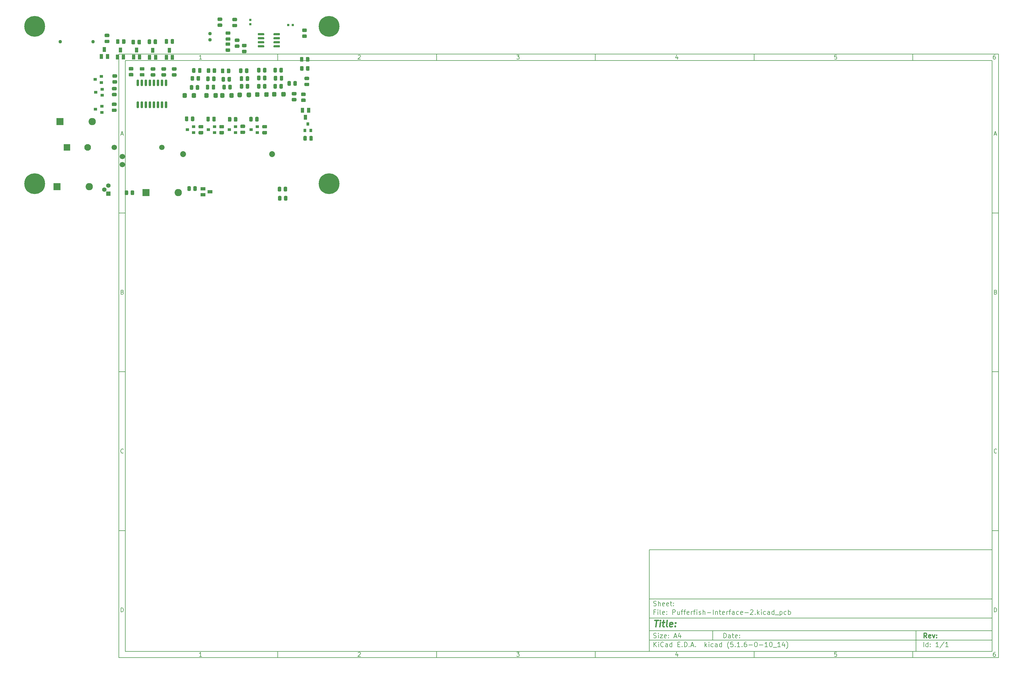
<source format=gbr>
G04 #@! TF.GenerationSoftware,KiCad,Pcbnew,(5.1.6-0-10_14)*
G04 #@! TF.CreationDate,2020-10-01T10:53:29-04:00*
G04 #@! TF.ProjectId,Pufferfish-Interface-2,50756666-6572-4666-9973-682d496e7465,rev?*
G04 #@! TF.SameCoordinates,Original*
G04 #@! TF.FileFunction,Soldermask,Top*
G04 #@! TF.FilePolarity,Negative*
%FSLAX46Y46*%
G04 Gerber Fmt 4.6, Leading zero omitted, Abs format (unit mm)*
G04 Created by KiCad (PCBNEW (5.1.6-0-10_14)) date 2020-10-01 10:53:29*
%MOMM*%
%LPD*%
G01*
G04 APERTURE LIST*
%ADD10C,0.100000*%
%ADD11C,0.150000*%
%ADD12C,0.300000*%
%ADD13C,0.400000*%
%ADD14C,1.090600*%
%ADD15C,1.852600*%
%ADD16C,1.700000*%
%ADD17R,0.900000X1.000000*%
%ADD18R,1.100000X1.500000*%
%ADD19C,6.553200*%
%ADD20O,2.300000X2.300000*%
%ADD21R,2.300000X2.300000*%
%ADD22R,2.100000X2.100000*%
%ADD23C,2.100000*%
%ADD24C,1.110000*%
%ADD25R,1.400000X1.400000*%
%ADD26C,1.400000*%
%ADD27R,0.700000X0.800000*%
%ADD28R,0.800000X0.700000*%
%ADD29R,1.500000X1.100000*%
%ADD30R,1.000000X0.900000*%
G04 APERTURE END LIST*
D10*
D11*
X177002200Y-166007200D02*
X177002200Y-198007200D01*
X285002200Y-198007200D01*
X285002200Y-166007200D01*
X177002200Y-166007200D01*
D10*
D11*
X10000000Y-10000000D02*
X10000000Y-200007200D01*
X287002200Y-200007200D01*
X287002200Y-10000000D01*
X10000000Y-10000000D01*
D10*
D11*
X12000000Y-12000000D02*
X12000000Y-198007200D01*
X285002200Y-198007200D01*
X285002200Y-12000000D01*
X12000000Y-12000000D01*
D10*
D11*
X60000000Y-12000000D02*
X60000000Y-10000000D01*
D10*
D11*
X110000000Y-12000000D02*
X110000000Y-10000000D01*
D10*
D11*
X160000000Y-12000000D02*
X160000000Y-10000000D01*
D10*
D11*
X210000000Y-12000000D02*
X210000000Y-10000000D01*
D10*
D11*
X260000000Y-12000000D02*
X260000000Y-10000000D01*
D10*
D11*
X36065476Y-11588095D02*
X35322619Y-11588095D01*
X35694047Y-11588095D02*
X35694047Y-10288095D01*
X35570238Y-10473809D01*
X35446428Y-10597619D01*
X35322619Y-10659523D01*
D10*
D11*
X85322619Y-10411904D02*
X85384523Y-10350000D01*
X85508333Y-10288095D01*
X85817857Y-10288095D01*
X85941666Y-10350000D01*
X86003571Y-10411904D01*
X86065476Y-10535714D01*
X86065476Y-10659523D01*
X86003571Y-10845238D01*
X85260714Y-11588095D01*
X86065476Y-11588095D01*
D10*
D11*
X135260714Y-10288095D02*
X136065476Y-10288095D01*
X135632142Y-10783333D01*
X135817857Y-10783333D01*
X135941666Y-10845238D01*
X136003571Y-10907142D01*
X136065476Y-11030952D01*
X136065476Y-11340476D01*
X136003571Y-11464285D01*
X135941666Y-11526190D01*
X135817857Y-11588095D01*
X135446428Y-11588095D01*
X135322619Y-11526190D01*
X135260714Y-11464285D01*
D10*
D11*
X185941666Y-10721428D02*
X185941666Y-11588095D01*
X185632142Y-10226190D02*
X185322619Y-11154761D01*
X186127380Y-11154761D01*
D10*
D11*
X236003571Y-10288095D02*
X235384523Y-10288095D01*
X235322619Y-10907142D01*
X235384523Y-10845238D01*
X235508333Y-10783333D01*
X235817857Y-10783333D01*
X235941666Y-10845238D01*
X236003571Y-10907142D01*
X236065476Y-11030952D01*
X236065476Y-11340476D01*
X236003571Y-11464285D01*
X235941666Y-11526190D01*
X235817857Y-11588095D01*
X235508333Y-11588095D01*
X235384523Y-11526190D01*
X235322619Y-11464285D01*
D10*
D11*
X285941666Y-10288095D02*
X285694047Y-10288095D01*
X285570238Y-10350000D01*
X285508333Y-10411904D01*
X285384523Y-10597619D01*
X285322619Y-10845238D01*
X285322619Y-11340476D01*
X285384523Y-11464285D01*
X285446428Y-11526190D01*
X285570238Y-11588095D01*
X285817857Y-11588095D01*
X285941666Y-11526190D01*
X286003571Y-11464285D01*
X286065476Y-11340476D01*
X286065476Y-11030952D01*
X286003571Y-10907142D01*
X285941666Y-10845238D01*
X285817857Y-10783333D01*
X285570238Y-10783333D01*
X285446428Y-10845238D01*
X285384523Y-10907142D01*
X285322619Y-11030952D01*
D10*
D11*
X60000000Y-198007200D02*
X60000000Y-200007200D01*
D10*
D11*
X110000000Y-198007200D02*
X110000000Y-200007200D01*
D10*
D11*
X160000000Y-198007200D02*
X160000000Y-200007200D01*
D10*
D11*
X210000000Y-198007200D02*
X210000000Y-200007200D01*
D10*
D11*
X260000000Y-198007200D02*
X260000000Y-200007200D01*
D10*
D11*
X36065476Y-199595295D02*
X35322619Y-199595295D01*
X35694047Y-199595295D02*
X35694047Y-198295295D01*
X35570238Y-198481009D01*
X35446428Y-198604819D01*
X35322619Y-198666723D01*
D10*
D11*
X85322619Y-198419104D02*
X85384523Y-198357200D01*
X85508333Y-198295295D01*
X85817857Y-198295295D01*
X85941666Y-198357200D01*
X86003571Y-198419104D01*
X86065476Y-198542914D01*
X86065476Y-198666723D01*
X86003571Y-198852438D01*
X85260714Y-199595295D01*
X86065476Y-199595295D01*
D10*
D11*
X135260714Y-198295295D02*
X136065476Y-198295295D01*
X135632142Y-198790533D01*
X135817857Y-198790533D01*
X135941666Y-198852438D01*
X136003571Y-198914342D01*
X136065476Y-199038152D01*
X136065476Y-199347676D01*
X136003571Y-199471485D01*
X135941666Y-199533390D01*
X135817857Y-199595295D01*
X135446428Y-199595295D01*
X135322619Y-199533390D01*
X135260714Y-199471485D01*
D10*
D11*
X185941666Y-198728628D02*
X185941666Y-199595295D01*
X185632142Y-198233390D02*
X185322619Y-199161961D01*
X186127380Y-199161961D01*
D10*
D11*
X236003571Y-198295295D02*
X235384523Y-198295295D01*
X235322619Y-198914342D01*
X235384523Y-198852438D01*
X235508333Y-198790533D01*
X235817857Y-198790533D01*
X235941666Y-198852438D01*
X236003571Y-198914342D01*
X236065476Y-199038152D01*
X236065476Y-199347676D01*
X236003571Y-199471485D01*
X235941666Y-199533390D01*
X235817857Y-199595295D01*
X235508333Y-199595295D01*
X235384523Y-199533390D01*
X235322619Y-199471485D01*
D10*
D11*
X285941666Y-198295295D02*
X285694047Y-198295295D01*
X285570238Y-198357200D01*
X285508333Y-198419104D01*
X285384523Y-198604819D01*
X285322619Y-198852438D01*
X285322619Y-199347676D01*
X285384523Y-199471485D01*
X285446428Y-199533390D01*
X285570238Y-199595295D01*
X285817857Y-199595295D01*
X285941666Y-199533390D01*
X286003571Y-199471485D01*
X286065476Y-199347676D01*
X286065476Y-199038152D01*
X286003571Y-198914342D01*
X285941666Y-198852438D01*
X285817857Y-198790533D01*
X285570238Y-198790533D01*
X285446428Y-198852438D01*
X285384523Y-198914342D01*
X285322619Y-199038152D01*
D10*
D11*
X10000000Y-60000000D02*
X12000000Y-60000000D01*
D10*
D11*
X10000000Y-110000000D02*
X12000000Y-110000000D01*
D10*
D11*
X10000000Y-160000000D02*
X12000000Y-160000000D01*
D10*
D11*
X10690476Y-35216666D02*
X11309523Y-35216666D01*
X10566666Y-35588095D02*
X11000000Y-34288095D01*
X11433333Y-35588095D01*
D10*
D11*
X11092857Y-84907142D02*
X11278571Y-84969047D01*
X11340476Y-85030952D01*
X11402380Y-85154761D01*
X11402380Y-85340476D01*
X11340476Y-85464285D01*
X11278571Y-85526190D01*
X11154761Y-85588095D01*
X10659523Y-85588095D01*
X10659523Y-84288095D01*
X11092857Y-84288095D01*
X11216666Y-84350000D01*
X11278571Y-84411904D01*
X11340476Y-84535714D01*
X11340476Y-84659523D01*
X11278571Y-84783333D01*
X11216666Y-84845238D01*
X11092857Y-84907142D01*
X10659523Y-84907142D01*
D10*
D11*
X11402380Y-135464285D02*
X11340476Y-135526190D01*
X11154761Y-135588095D01*
X11030952Y-135588095D01*
X10845238Y-135526190D01*
X10721428Y-135402380D01*
X10659523Y-135278571D01*
X10597619Y-135030952D01*
X10597619Y-134845238D01*
X10659523Y-134597619D01*
X10721428Y-134473809D01*
X10845238Y-134350000D01*
X11030952Y-134288095D01*
X11154761Y-134288095D01*
X11340476Y-134350000D01*
X11402380Y-134411904D01*
D10*
D11*
X10659523Y-185588095D02*
X10659523Y-184288095D01*
X10969047Y-184288095D01*
X11154761Y-184350000D01*
X11278571Y-184473809D01*
X11340476Y-184597619D01*
X11402380Y-184845238D01*
X11402380Y-185030952D01*
X11340476Y-185278571D01*
X11278571Y-185402380D01*
X11154761Y-185526190D01*
X10969047Y-185588095D01*
X10659523Y-185588095D01*
D10*
D11*
X287002200Y-60000000D02*
X285002200Y-60000000D01*
D10*
D11*
X287002200Y-110000000D02*
X285002200Y-110000000D01*
D10*
D11*
X287002200Y-160000000D02*
X285002200Y-160000000D01*
D10*
D11*
X285692676Y-35216666D02*
X286311723Y-35216666D01*
X285568866Y-35588095D02*
X286002200Y-34288095D01*
X286435533Y-35588095D01*
D10*
D11*
X286095057Y-84907142D02*
X286280771Y-84969047D01*
X286342676Y-85030952D01*
X286404580Y-85154761D01*
X286404580Y-85340476D01*
X286342676Y-85464285D01*
X286280771Y-85526190D01*
X286156961Y-85588095D01*
X285661723Y-85588095D01*
X285661723Y-84288095D01*
X286095057Y-84288095D01*
X286218866Y-84350000D01*
X286280771Y-84411904D01*
X286342676Y-84535714D01*
X286342676Y-84659523D01*
X286280771Y-84783333D01*
X286218866Y-84845238D01*
X286095057Y-84907142D01*
X285661723Y-84907142D01*
D10*
D11*
X286404580Y-135464285D02*
X286342676Y-135526190D01*
X286156961Y-135588095D01*
X286033152Y-135588095D01*
X285847438Y-135526190D01*
X285723628Y-135402380D01*
X285661723Y-135278571D01*
X285599819Y-135030952D01*
X285599819Y-134845238D01*
X285661723Y-134597619D01*
X285723628Y-134473809D01*
X285847438Y-134350000D01*
X286033152Y-134288095D01*
X286156961Y-134288095D01*
X286342676Y-134350000D01*
X286404580Y-134411904D01*
D10*
D11*
X285661723Y-185588095D02*
X285661723Y-184288095D01*
X285971247Y-184288095D01*
X286156961Y-184350000D01*
X286280771Y-184473809D01*
X286342676Y-184597619D01*
X286404580Y-184845238D01*
X286404580Y-185030952D01*
X286342676Y-185278571D01*
X286280771Y-185402380D01*
X286156961Y-185526190D01*
X285971247Y-185588095D01*
X285661723Y-185588095D01*
D10*
D11*
X200434342Y-193785771D02*
X200434342Y-192285771D01*
X200791485Y-192285771D01*
X201005771Y-192357200D01*
X201148628Y-192500057D01*
X201220057Y-192642914D01*
X201291485Y-192928628D01*
X201291485Y-193142914D01*
X201220057Y-193428628D01*
X201148628Y-193571485D01*
X201005771Y-193714342D01*
X200791485Y-193785771D01*
X200434342Y-193785771D01*
X202577200Y-193785771D02*
X202577200Y-193000057D01*
X202505771Y-192857200D01*
X202362914Y-192785771D01*
X202077200Y-192785771D01*
X201934342Y-192857200D01*
X202577200Y-193714342D02*
X202434342Y-193785771D01*
X202077200Y-193785771D01*
X201934342Y-193714342D01*
X201862914Y-193571485D01*
X201862914Y-193428628D01*
X201934342Y-193285771D01*
X202077200Y-193214342D01*
X202434342Y-193214342D01*
X202577200Y-193142914D01*
X203077200Y-192785771D02*
X203648628Y-192785771D01*
X203291485Y-192285771D02*
X203291485Y-193571485D01*
X203362914Y-193714342D01*
X203505771Y-193785771D01*
X203648628Y-193785771D01*
X204720057Y-193714342D02*
X204577200Y-193785771D01*
X204291485Y-193785771D01*
X204148628Y-193714342D01*
X204077200Y-193571485D01*
X204077200Y-193000057D01*
X204148628Y-192857200D01*
X204291485Y-192785771D01*
X204577200Y-192785771D01*
X204720057Y-192857200D01*
X204791485Y-193000057D01*
X204791485Y-193142914D01*
X204077200Y-193285771D01*
X205434342Y-193642914D02*
X205505771Y-193714342D01*
X205434342Y-193785771D01*
X205362914Y-193714342D01*
X205434342Y-193642914D01*
X205434342Y-193785771D01*
X205434342Y-192857200D02*
X205505771Y-192928628D01*
X205434342Y-193000057D01*
X205362914Y-192928628D01*
X205434342Y-192857200D01*
X205434342Y-193000057D01*
D10*
D11*
X177002200Y-194507200D02*
X285002200Y-194507200D01*
D10*
D11*
X178434342Y-196585771D02*
X178434342Y-195085771D01*
X179291485Y-196585771D02*
X178648628Y-195728628D01*
X179291485Y-195085771D02*
X178434342Y-195942914D01*
X179934342Y-196585771D02*
X179934342Y-195585771D01*
X179934342Y-195085771D02*
X179862914Y-195157200D01*
X179934342Y-195228628D01*
X180005771Y-195157200D01*
X179934342Y-195085771D01*
X179934342Y-195228628D01*
X181505771Y-196442914D02*
X181434342Y-196514342D01*
X181220057Y-196585771D01*
X181077200Y-196585771D01*
X180862914Y-196514342D01*
X180720057Y-196371485D01*
X180648628Y-196228628D01*
X180577200Y-195942914D01*
X180577200Y-195728628D01*
X180648628Y-195442914D01*
X180720057Y-195300057D01*
X180862914Y-195157200D01*
X181077200Y-195085771D01*
X181220057Y-195085771D01*
X181434342Y-195157200D01*
X181505771Y-195228628D01*
X182791485Y-196585771D02*
X182791485Y-195800057D01*
X182720057Y-195657200D01*
X182577200Y-195585771D01*
X182291485Y-195585771D01*
X182148628Y-195657200D01*
X182791485Y-196514342D02*
X182648628Y-196585771D01*
X182291485Y-196585771D01*
X182148628Y-196514342D01*
X182077200Y-196371485D01*
X182077200Y-196228628D01*
X182148628Y-196085771D01*
X182291485Y-196014342D01*
X182648628Y-196014342D01*
X182791485Y-195942914D01*
X184148628Y-196585771D02*
X184148628Y-195085771D01*
X184148628Y-196514342D02*
X184005771Y-196585771D01*
X183720057Y-196585771D01*
X183577200Y-196514342D01*
X183505771Y-196442914D01*
X183434342Y-196300057D01*
X183434342Y-195871485D01*
X183505771Y-195728628D01*
X183577200Y-195657200D01*
X183720057Y-195585771D01*
X184005771Y-195585771D01*
X184148628Y-195657200D01*
X186005771Y-195800057D02*
X186505771Y-195800057D01*
X186720057Y-196585771D02*
X186005771Y-196585771D01*
X186005771Y-195085771D01*
X186720057Y-195085771D01*
X187362914Y-196442914D02*
X187434342Y-196514342D01*
X187362914Y-196585771D01*
X187291485Y-196514342D01*
X187362914Y-196442914D01*
X187362914Y-196585771D01*
X188077200Y-196585771D02*
X188077200Y-195085771D01*
X188434342Y-195085771D01*
X188648628Y-195157200D01*
X188791485Y-195300057D01*
X188862914Y-195442914D01*
X188934342Y-195728628D01*
X188934342Y-195942914D01*
X188862914Y-196228628D01*
X188791485Y-196371485D01*
X188648628Y-196514342D01*
X188434342Y-196585771D01*
X188077200Y-196585771D01*
X189577200Y-196442914D02*
X189648628Y-196514342D01*
X189577200Y-196585771D01*
X189505771Y-196514342D01*
X189577200Y-196442914D01*
X189577200Y-196585771D01*
X190220057Y-196157200D02*
X190934342Y-196157200D01*
X190077200Y-196585771D02*
X190577200Y-195085771D01*
X191077200Y-196585771D01*
X191577200Y-196442914D02*
X191648628Y-196514342D01*
X191577200Y-196585771D01*
X191505771Y-196514342D01*
X191577200Y-196442914D01*
X191577200Y-196585771D01*
X194577200Y-196585771D02*
X194577200Y-195085771D01*
X194720057Y-196014342D02*
X195148628Y-196585771D01*
X195148628Y-195585771D02*
X194577200Y-196157200D01*
X195791485Y-196585771D02*
X195791485Y-195585771D01*
X195791485Y-195085771D02*
X195720057Y-195157200D01*
X195791485Y-195228628D01*
X195862914Y-195157200D01*
X195791485Y-195085771D01*
X195791485Y-195228628D01*
X197148628Y-196514342D02*
X197005771Y-196585771D01*
X196720057Y-196585771D01*
X196577200Y-196514342D01*
X196505771Y-196442914D01*
X196434342Y-196300057D01*
X196434342Y-195871485D01*
X196505771Y-195728628D01*
X196577200Y-195657200D01*
X196720057Y-195585771D01*
X197005771Y-195585771D01*
X197148628Y-195657200D01*
X198434342Y-196585771D02*
X198434342Y-195800057D01*
X198362914Y-195657200D01*
X198220057Y-195585771D01*
X197934342Y-195585771D01*
X197791485Y-195657200D01*
X198434342Y-196514342D02*
X198291485Y-196585771D01*
X197934342Y-196585771D01*
X197791485Y-196514342D01*
X197720057Y-196371485D01*
X197720057Y-196228628D01*
X197791485Y-196085771D01*
X197934342Y-196014342D01*
X198291485Y-196014342D01*
X198434342Y-195942914D01*
X199791485Y-196585771D02*
X199791485Y-195085771D01*
X199791485Y-196514342D02*
X199648628Y-196585771D01*
X199362914Y-196585771D01*
X199220057Y-196514342D01*
X199148628Y-196442914D01*
X199077200Y-196300057D01*
X199077200Y-195871485D01*
X199148628Y-195728628D01*
X199220057Y-195657200D01*
X199362914Y-195585771D01*
X199648628Y-195585771D01*
X199791485Y-195657200D01*
X202077200Y-197157200D02*
X202005771Y-197085771D01*
X201862914Y-196871485D01*
X201791485Y-196728628D01*
X201720057Y-196514342D01*
X201648628Y-196157200D01*
X201648628Y-195871485D01*
X201720057Y-195514342D01*
X201791485Y-195300057D01*
X201862914Y-195157200D01*
X202005771Y-194942914D01*
X202077200Y-194871485D01*
X203362914Y-195085771D02*
X202648628Y-195085771D01*
X202577200Y-195800057D01*
X202648628Y-195728628D01*
X202791485Y-195657200D01*
X203148628Y-195657200D01*
X203291485Y-195728628D01*
X203362914Y-195800057D01*
X203434342Y-195942914D01*
X203434342Y-196300057D01*
X203362914Y-196442914D01*
X203291485Y-196514342D01*
X203148628Y-196585771D01*
X202791485Y-196585771D01*
X202648628Y-196514342D01*
X202577200Y-196442914D01*
X204077200Y-196442914D02*
X204148628Y-196514342D01*
X204077200Y-196585771D01*
X204005771Y-196514342D01*
X204077200Y-196442914D01*
X204077200Y-196585771D01*
X205577200Y-196585771D02*
X204720057Y-196585771D01*
X205148628Y-196585771D02*
X205148628Y-195085771D01*
X205005771Y-195300057D01*
X204862914Y-195442914D01*
X204720057Y-195514342D01*
X206220057Y-196442914D02*
X206291485Y-196514342D01*
X206220057Y-196585771D01*
X206148628Y-196514342D01*
X206220057Y-196442914D01*
X206220057Y-196585771D01*
X207577200Y-195085771D02*
X207291485Y-195085771D01*
X207148628Y-195157200D01*
X207077200Y-195228628D01*
X206934342Y-195442914D01*
X206862914Y-195728628D01*
X206862914Y-196300057D01*
X206934342Y-196442914D01*
X207005771Y-196514342D01*
X207148628Y-196585771D01*
X207434342Y-196585771D01*
X207577200Y-196514342D01*
X207648628Y-196442914D01*
X207720057Y-196300057D01*
X207720057Y-195942914D01*
X207648628Y-195800057D01*
X207577200Y-195728628D01*
X207434342Y-195657200D01*
X207148628Y-195657200D01*
X207005771Y-195728628D01*
X206934342Y-195800057D01*
X206862914Y-195942914D01*
X208362914Y-196014342D02*
X209505771Y-196014342D01*
X210505771Y-195085771D02*
X210648628Y-195085771D01*
X210791485Y-195157200D01*
X210862914Y-195228628D01*
X210934342Y-195371485D01*
X211005771Y-195657200D01*
X211005771Y-196014342D01*
X210934342Y-196300057D01*
X210862914Y-196442914D01*
X210791485Y-196514342D01*
X210648628Y-196585771D01*
X210505771Y-196585771D01*
X210362914Y-196514342D01*
X210291485Y-196442914D01*
X210220057Y-196300057D01*
X210148628Y-196014342D01*
X210148628Y-195657200D01*
X210220057Y-195371485D01*
X210291485Y-195228628D01*
X210362914Y-195157200D01*
X210505771Y-195085771D01*
X211648628Y-196014342D02*
X212791485Y-196014342D01*
X214291485Y-196585771D02*
X213434342Y-196585771D01*
X213862914Y-196585771D02*
X213862914Y-195085771D01*
X213720057Y-195300057D01*
X213577200Y-195442914D01*
X213434342Y-195514342D01*
X215220057Y-195085771D02*
X215362914Y-195085771D01*
X215505771Y-195157200D01*
X215577200Y-195228628D01*
X215648628Y-195371485D01*
X215720057Y-195657200D01*
X215720057Y-196014342D01*
X215648628Y-196300057D01*
X215577200Y-196442914D01*
X215505771Y-196514342D01*
X215362914Y-196585771D01*
X215220057Y-196585771D01*
X215077200Y-196514342D01*
X215005771Y-196442914D01*
X214934342Y-196300057D01*
X214862914Y-196014342D01*
X214862914Y-195657200D01*
X214934342Y-195371485D01*
X215005771Y-195228628D01*
X215077200Y-195157200D01*
X215220057Y-195085771D01*
X216005771Y-196728628D02*
X217148628Y-196728628D01*
X218291485Y-196585771D02*
X217434342Y-196585771D01*
X217862914Y-196585771D02*
X217862914Y-195085771D01*
X217720057Y-195300057D01*
X217577200Y-195442914D01*
X217434342Y-195514342D01*
X219577200Y-195585771D02*
X219577200Y-196585771D01*
X219220057Y-195014342D02*
X218862914Y-196085771D01*
X219791485Y-196085771D01*
X220220057Y-197157200D02*
X220291485Y-197085771D01*
X220434342Y-196871485D01*
X220505771Y-196728628D01*
X220577200Y-196514342D01*
X220648628Y-196157200D01*
X220648628Y-195871485D01*
X220577200Y-195514342D01*
X220505771Y-195300057D01*
X220434342Y-195157200D01*
X220291485Y-194942914D01*
X220220057Y-194871485D01*
D10*
D11*
X177002200Y-191507200D02*
X285002200Y-191507200D01*
D10*
D12*
X264411485Y-193785771D02*
X263911485Y-193071485D01*
X263554342Y-193785771D02*
X263554342Y-192285771D01*
X264125771Y-192285771D01*
X264268628Y-192357200D01*
X264340057Y-192428628D01*
X264411485Y-192571485D01*
X264411485Y-192785771D01*
X264340057Y-192928628D01*
X264268628Y-193000057D01*
X264125771Y-193071485D01*
X263554342Y-193071485D01*
X265625771Y-193714342D02*
X265482914Y-193785771D01*
X265197200Y-193785771D01*
X265054342Y-193714342D01*
X264982914Y-193571485D01*
X264982914Y-193000057D01*
X265054342Y-192857200D01*
X265197200Y-192785771D01*
X265482914Y-192785771D01*
X265625771Y-192857200D01*
X265697200Y-193000057D01*
X265697200Y-193142914D01*
X264982914Y-193285771D01*
X266197200Y-192785771D02*
X266554342Y-193785771D01*
X266911485Y-192785771D01*
X267482914Y-193642914D02*
X267554342Y-193714342D01*
X267482914Y-193785771D01*
X267411485Y-193714342D01*
X267482914Y-193642914D01*
X267482914Y-193785771D01*
X267482914Y-192857200D02*
X267554342Y-192928628D01*
X267482914Y-193000057D01*
X267411485Y-192928628D01*
X267482914Y-192857200D01*
X267482914Y-193000057D01*
D10*
D11*
X178362914Y-193714342D02*
X178577200Y-193785771D01*
X178934342Y-193785771D01*
X179077200Y-193714342D01*
X179148628Y-193642914D01*
X179220057Y-193500057D01*
X179220057Y-193357200D01*
X179148628Y-193214342D01*
X179077200Y-193142914D01*
X178934342Y-193071485D01*
X178648628Y-193000057D01*
X178505771Y-192928628D01*
X178434342Y-192857200D01*
X178362914Y-192714342D01*
X178362914Y-192571485D01*
X178434342Y-192428628D01*
X178505771Y-192357200D01*
X178648628Y-192285771D01*
X179005771Y-192285771D01*
X179220057Y-192357200D01*
X179862914Y-193785771D02*
X179862914Y-192785771D01*
X179862914Y-192285771D02*
X179791485Y-192357200D01*
X179862914Y-192428628D01*
X179934342Y-192357200D01*
X179862914Y-192285771D01*
X179862914Y-192428628D01*
X180434342Y-192785771D02*
X181220057Y-192785771D01*
X180434342Y-193785771D01*
X181220057Y-193785771D01*
X182362914Y-193714342D02*
X182220057Y-193785771D01*
X181934342Y-193785771D01*
X181791485Y-193714342D01*
X181720057Y-193571485D01*
X181720057Y-193000057D01*
X181791485Y-192857200D01*
X181934342Y-192785771D01*
X182220057Y-192785771D01*
X182362914Y-192857200D01*
X182434342Y-193000057D01*
X182434342Y-193142914D01*
X181720057Y-193285771D01*
X183077200Y-193642914D02*
X183148628Y-193714342D01*
X183077200Y-193785771D01*
X183005771Y-193714342D01*
X183077200Y-193642914D01*
X183077200Y-193785771D01*
X183077200Y-192857200D02*
X183148628Y-192928628D01*
X183077200Y-193000057D01*
X183005771Y-192928628D01*
X183077200Y-192857200D01*
X183077200Y-193000057D01*
X184862914Y-193357200D02*
X185577200Y-193357200D01*
X184720057Y-193785771D02*
X185220057Y-192285771D01*
X185720057Y-193785771D01*
X186862914Y-192785771D02*
X186862914Y-193785771D01*
X186505771Y-192214342D02*
X186148628Y-193285771D01*
X187077200Y-193285771D01*
D10*
D11*
X263434342Y-196585771D02*
X263434342Y-195085771D01*
X264791485Y-196585771D02*
X264791485Y-195085771D01*
X264791485Y-196514342D02*
X264648628Y-196585771D01*
X264362914Y-196585771D01*
X264220057Y-196514342D01*
X264148628Y-196442914D01*
X264077200Y-196300057D01*
X264077200Y-195871485D01*
X264148628Y-195728628D01*
X264220057Y-195657200D01*
X264362914Y-195585771D01*
X264648628Y-195585771D01*
X264791485Y-195657200D01*
X265505771Y-196442914D02*
X265577200Y-196514342D01*
X265505771Y-196585771D01*
X265434342Y-196514342D01*
X265505771Y-196442914D01*
X265505771Y-196585771D01*
X265505771Y-195657200D02*
X265577200Y-195728628D01*
X265505771Y-195800057D01*
X265434342Y-195728628D01*
X265505771Y-195657200D01*
X265505771Y-195800057D01*
X268148628Y-196585771D02*
X267291485Y-196585771D01*
X267720057Y-196585771D02*
X267720057Y-195085771D01*
X267577200Y-195300057D01*
X267434342Y-195442914D01*
X267291485Y-195514342D01*
X269862914Y-195014342D02*
X268577200Y-196942914D01*
X271148628Y-196585771D02*
X270291485Y-196585771D01*
X270720057Y-196585771D02*
X270720057Y-195085771D01*
X270577200Y-195300057D01*
X270434342Y-195442914D01*
X270291485Y-195514342D01*
D10*
D11*
X177002200Y-187507200D02*
X285002200Y-187507200D01*
D10*
D13*
X178714580Y-188211961D02*
X179857438Y-188211961D01*
X179036009Y-190211961D02*
X179286009Y-188211961D01*
X180274104Y-190211961D02*
X180440771Y-188878628D01*
X180524104Y-188211961D02*
X180416961Y-188307200D01*
X180500295Y-188402438D01*
X180607438Y-188307200D01*
X180524104Y-188211961D01*
X180500295Y-188402438D01*
X181107438Y-188878628D02*
X181869342Y-188878628D01*
X181476485Y-188211961D02*
X181262200Y-189926247D01*
X181333628Y-190116723D01*
X181512200Y-190211961D01*
X181702676Y-190211961D01*
X182655057Y-190211961D02*
X182476485Y-190116723D01*
X182405057Y-189926247D01*
X182619342Y-188211961D01*
X184190771Y-190116723D02*
X183988390Y-190211961D01*
X183607438Y-190211961D01*
X183428866Y-190116723D01*
X183357438Y-189926247D01*
X183452676Y-189164342D01*
X183571723Y-188973866D01*
X183774104Y-188878628D01*
X184155057Y-188878628D01*
X184333628Y-188973866D01*
X184405057Y-189164342D01*
X184381247Y-189354819D01*
X183405057Y-189545295D01*
X185155057Y-190021485D02*
X185238390Y-190116723D01*
X185131247Y-190211961D01*
X185047914Y-190116723D01*
X185155057Y-190021485D01*
X185131247Y-190211961D01*
X185286009Y-188973866D02*
X185369342Y-189069104D01*
X185262200Y-189164342D01*
X185178866Y-189069104D01*
X185286009Y-188973866D01*
X185262200Y-189164342D01*
D10*
D11*
X178934342Y-185600057D02*
X178434342Y-185600057D01*
X178434342Y-186385771D02*
X178434342Y-184885771D01*
X179148628Y-184885771D01*
X179720057Y-186385771D02*
X179720057Y-185385771D01*
X179720057Y-184885771D02*
X179648628Y-184957200D01*
X179720057Y-185028628D01*
X179791485Y-184957200D01*
X179720057Y-184885771D01*
X179720057Y-185028628D01*
X180648628Y-186385771D02*
X180505771Y-186314342D01*
X180434342Y-186171485D01*
X180434342Y-184885771D01*
X181791485Y-186314342D02*
X181648628Y-186385771D01*
X181362914Y-186385771D01*
X181220057Y-186314342D01*
X181148628Y-186171485D01*
X181148628Y-185600057D01*
X181220057Y-185457200D01*
X181362914Y-185385771D01*
X181648628Y-185385771D01*
X181791485Y-185457200D01*
X181862914Y-185600057D01*
X181862914Y-185742914D01*
X181148628Y-185885771D01*
X182505771Y-186242914D02*
X182577200Y-186314342D01*
X182505771Y-186385771D01*
X182434342Y-186314342D01*
X182505771Y-186242914D01*
X182505771Y-186385771D01*
X182505771Y-185457200D02*
X182577200Y-185528628D01*
X182505771Y-185600057D01*
X182434342Y-185528628D01*
X182505771Y-185457200D01*
X182505771Y-185600057D01*
X184362914Y-186385771D02*
X184362914Y-184885771D01*
X184934342Y-184885771D01*
X185077200Y-184957200D01*
X185148628Y-185028628D01*
X185220057Y-185171485D01*
X185220057Y-185385771D01*
X185148628Y-185528628D01*
X185077200Y-185600057D01*
X184934342Y-185671485D01*
X184362914Y-185671485D01*
X186505771Y-185385771D02*
X186505771Y-186385771D01*
X185862914Y-185385771D02*
X185862914Y-186171485D01*
X185934342Y-186314342D01*
X186077200Y-186385771D01*
X186291485Y-186385771D01*
X186434342Y-186314342D01*
X186505771Y-186242914D01*
X187005771Y-185385771D02*
X187577200Y-185385771D01*
X187220057Y-186385771D02*
X187220057Y-185100057D01*
X187291485Y-184957200D01*
X187434342Y-184885771D01*
X187577200Y-184885771D01*
X187862914Y-185385771D02*
X188434342Y-185385771D01*
X188077200Y-186385771D02*
X188077200Y-185100057D01*
X188148628Y-184957200D01*
X188291485Y-184885771D01*
X188434342Y-184885771D01*
X189505771Y-186314342D02*
X189362914Y-186385771D01*
X189077200Y-186385771D01*
X188934342Y-186314342D01*
X188862914Y-186171485D01*
X188862914Y-185600057D01*
X188934342Y-185457200D01*
X189077200Y-185385771D01*
X189362914Y-185385771D01*
X189505771Y-185457200D01*
X189577200Y-185600057D01*
X189577200Y-185742914D01*
X188862914Y-185885771D01*
X190220057Y-186385771D02*
X190220057Y-185385771D01*
X190220057Y-185671485D02*
X190291485Y-185528628D01*
X190362914Y-185457200D01*
X190505771Y-185385771D01*
X190648628Y-185385771D01*
X190934342Y-185385771D02*
X191505771Y-185385771D01*
X191148628Y-186385771D02*
X191148628Y-185100057D01*
X191220057Y-184957200D01*
X191362914Y-184885771D01*
X191505771Y-184885771D01*
X192005771Y-186385771D02*
X192005771Y-185385771D01*
X192005771Y-184885771D02*
X191934342Y-184957200D01*
X192005771Y-185028628D01*
X192077200Y-184957200D01*
X192005771Y-184885771D01*
X192005771Y-185028628D01*
X192648628Y-186314342D02*
X192791485Y-186385771D01*
X193077200Y-186385771D01*
X193220057Y-186314342D01*
X193291485Y-186171485D01*
X193291485Y-186100057D01*
X193220057Y-185957200D01*
X193077200Y-185885771D01*
X192862914Y-185885771D01*
X192720057Y-185814342D01*
X192648628Y-185671485D01*
X192648628Y-185600057D01*
X192720057Y-185457200D01*
X192862914Y-185385771D01*
X193077200Y-185385771D01*
X193220057Y-185457200D01*
X193934342Y-186385771D02*
X193934342Y-184885771D01*
X194577200Y-186385771D02*
X194577200Y-185600057D01*
X194505771Y-185457200D01*
X194362914Y-185385771D01*
X194148628Y-185385771D01*
X194005771Y-185457200D01*
X193934342Y-185528628D01*
X195291485Y-185814342D02*
X196434342Y-185814342D01*
X197148628Y-186385771D02*
X197148628Y-184885771D01*
X197862914Y-185385771D02*
X197862914Y-186385771D01*
X197862914Y-185528628D02*
X197934342Y-185457200D01*
X198077200Y-185385771D01*
X198291485Y-185385771D01*
X198434342Y-185457200D01*
X198505771Y-185600057D01*
X198505771Y-186385771D01*
X199005771Y-185385771D02*
X199577200Y-185385771D01*
X199220057Y-184885771D02*
X199220057Y-186171485D01*
X199291485Y-186314342D01*
X199434342Y-186385771D01*
X199577200Y-186385771D01*
X200648628Y-186314342D02*
X200505771Y-186385771D01*
X200220057Y-186385771D01*
X200077200Y-186314342D01*
X200005771Y-186171485D01*
X200005771Y-185600057D01*
X200077200Y-185457200D01*
X200220057Y-185385771D01*
X200505771Y-185385771D01*
X200648628Y-185457200D01*
X200720057Y-185600057D01*
X200720057Y-185742914D01*
X200005771Y-185885771D01*
X201362914Y-186385771D02*
X201362914Y-185385771D01*
X201362914Y-185671485D02*
X201434342Y-185528628D01*
X201505771Y-185457200D01*
X201648628Y-185385771D01*
X201791485Y-185385771D01*
X202077200Y-185385771D02*
X202648628Y-185385771D01*
X202291485Y-186385771D02*
X202291485Y-185100057D01*
X202362914Y-184957200D01*
X202505771Y-184885771D01*
X202648628Y-184885771D01*
X203791485Y-186385771D02*
X203791485Y-185600057D01*
X203720057Y-185457200D01*
X203577200Y-185385771D01*
X203291485Y-185385771D01*
X203148628Y-185457200D01*
X203791485Y-186314342D02*
X203648628Y-186385771D01*
X203291485Y-186385771D01*
X203148628Y-186314342D01*
X203077200Y-186171485D01*
X203077200Y-186028628D01*
X203148628Y-185885771D01*
X203291485Y-185814342D01*
X203648628Y-185814342D01*
X203791485Y-185742914D01*
X205148628Y-186314342D02*
X205005771Y-186385771D01*
X204720057Y-186385771D01*
X204577200Y-186314342D01*
X204505771Y-186242914D01*
X204434342Y-186100057D01*
X204434342Y-185671485D01*
X204505771Y-185528628D01*
X204577200Y-185457200D01*
X204720057Y-185385771D01*
X205005771Y-185385771D01*
X205148628Y-185457200D01*
X206362914Y-186314342D02*
X206220057Y-186385771D01*
X205934342Y-186385771D01*
X205791485Y-186314342D01*
X205720057Y-186171485D01*
X205720057Y-185600057D01*
X205791485Y-185457200D01*
X205934342Y-185385771D01*
X206220057Y-185385771D01*
X206362914Y-185457200D01*
X206434342Y-185600057D01*
X206434342Y-185742914D01*
X205720057Y-185885771D01*
X207077200Y-185814342D02*
X208220057Y-185814342D01*
X208862914Y-185028628D02*
X208934342Y-184957200D01*
X209077200Y-184885771D01*
X209434342Y-184885771D01*
X209577200Y-184957200D01*
X209648628Y-185028628D01*
X209720057Y-185171485D01*
X209720057Y-185314342D01*
X209648628Y-185528628D01*
X208791485Y-186385771D01*
X209720057Y-186385771D01*
X210362914Y-186242914D02*
X210434342Y-186314342D01*
X210362914Y-186385771D01*
X210291485Y-186314342D01*
X210362914Y-186242914D01*
X210362914Y-186385771D01*
X211077200Y-186385771D02*
X211077200Y-184885771D01*
X211220057Y-185814342D02*
X211648628Y-186385771D01*
X211648628Y-185385771D02*
X211077200Y-185957200D01*
X212291485Y-186385771D02*
X212291485Y-185385771D01*
X212291485Y-184885771D02*
X212220057Y-184957200D01*
X212291485Y-185028628D01*
X212362914Y-184957200D01*
X212291485Y-184885771D01*
X212291485Y-185028628D01*
X213648628Y-186314342D02*
X213505771Y-186385771D01*
X213220057Y-186385771D01*
X213077200Y-186314342D01*
X213005771Y-186242914D01*
X212934342Y-186100057D01*
X212934342Y-185671485D01*
X213005771Y-185528628D01*
X213077200Y-185457200D01*
X213220057Y-185385771D01*
X213505771Y-185385771D01*
X213648628Y-185457200D01*
X214934342Y-186385771D02*
X214934342Y-185600057D01*
X214862914Y-185457200D01*
X214720057Y-185385771D01*
X214434342Y-185385771D01*
X214291485Y-185457200D01*
X214934342Y-186314342D02*
X214791485Y-186385771D01*
X214434342Y-186385771D01*
X214291485Y-186314342D01*
X214220057Y-186171485D01*
X214220057Y-186028628D01*
X214291485Y-185885771D01*
X214434342Y-185814342D01*
X214791485Y-185814342D01*
X214934342Y-185742914D01*
X216291485Y-186385771D02*
X216291485Y-184885771D01*
X216291485Y-186314342D02*
X216148628Y-186385771D01*
X215862914Y-186385771D01*
X215720057Y-186314342D01*
X215648628Y-186242914D01*
X215577200Y-186100057D01*
X215577200Y-185671485D01*
X215648628Y-185528628D01*
X215720057Y-185457200D01*
X215862914Y-185385771D01*
X216148628Y-185385771D01*
X216291485Y-185457200D01*
X216648628Y-186528628D02*
X217791485Y-186528628D01*
X218148628Y-185385771D02*
X218148628Y-186885771D01*
X218148628Y-185457200D02*
X218291485Y-185385771D01*
X218577200Y-185385771D01*
X218720057Y-185457200D01*
X218791485Y-185528628D01*
X218862914Y-185671485D01*
X218862914Y-186100057D01*
X218791485Y-186242914D01*
X218720057Y-186314342D01*
X218577200Y-186385771D01*
X218291485Y-186385771D01*
X218148628Y-186314342D01*
X220148628Y-186314342D02*
X220005771Y-186385771D01*
X219720057Y-186385771D01*
X219577200Y-186314342D01*
X219505771Y-186242914D01*
X219434342Y-186100057D01*
X219434342Y-185671485D01*
X219505771Y-185528628D01*
X219577200Y-185457200D01*
X219720057Y-185385771D01*
X220005771Y-185385771D01*
X220148628Y-185457200D01*
X220791485Y-186385771D02*
X220791485Y-184885771D01*
X220791485Y-185457200D02*
X220934342Y-185385771D01*
X221220057Y-185385771D01*
X221362914Y-185457200D01*
X221434342Y-185528628D01*
X221505771Y-185671485D01*
X221505771Y-186100057D01*
X221434342Y-186242914D01*
X221362914Y-186314342D01*
X221220057Y-186385771D01*
X220934342Y-186385771D01*
X220791485Y-186314342D01*
D10*
D11*
X177002200Y-181507200D02*
X285002200Y-181507200D01*
D10*
D11*
X178362914Y-183614342D02*
X178577200Y-183685771D01*
X178934342Y-183685771D01*
X179077200Y-183614342D01*
X179148628Y-183542914D01*
X179220057Y-183400057D01*
X179220057Y-183257200D01*
X179148628Y-183114342D01*
X179077200Y-183042914D01*
X178934342Y-182971485D01*
X178648628Y-182900057D01*
X178505771Y-182828628D01*
X178434342Y-182757200D01*
X178362914Y-182614342D01*
X178362914Y-182471485D01*
X178434342Y-182328628D01*
X178505771Y-182257200D01*
X178648628Y-182185771D01*
X179005771Y-182185771D01*
X179220057Y-182257200D01*
X179862914Y-183685771D02*
X179862914Y-182185771D01*
X180505771Y-183685771D02*
X180505771Y-182900057D01*
X180434342Y-182757200D01*
X180291485Y-182685771D01*
X180077200Y-182685771D01*
X179934342Y-182757200D01*
X179862914Y-182828628D01*
X181791485Y-183614342D02*
X181648628Y-183685771D01*
X181362914Y-183685771D01*
X181220057Y-183614342D01*
X181148628Y-183471485D01*
X181148628Y-182900057D01*
X181220057Y-182757200D01*
X181362914Y-182685771D01*
X181648628Y-182685771D01*
X181791485Y-182757200D01*
X181862914Y-182900057D01*
X181862914Y-183042914D01*
X181148628Y-183185771D01*
X183077200Y-183614342D02*
X182934342Y-183685771D01*
X182648628Y-183685771D01*
X182505771Y-183614342D01*
X182434342Y-183471485D01*
X182434342Y-182900057D01*
X182505771Y-182757200D01*
X182648628Y-182685771D01*
X182934342Y-182685771D01*
X183077200Y-182757200D01*
X183148628Y-182900057D01*
X183148628Y-183042914D01*
X182434342Y-183185771D01*
X183577200Y-182685771D02*
X184148628Y-182685771D01*
X183791485Y-182185771D02*
X183791485Y-183471485D01*
X183862914Y-183614342D01*
X184005771Y-183685771D01*
X184148628Y-183685771D01*
X184648628Y-183542914D02*
X184720057Y-183614342D01*
X184648628Y-183685771D01*
X184577200Y-183614342D01*
X184648628Y-183542914D01*
X184648628Y-183685771D01*
X184648628Y-182757200D02*
X184720057Y-182828628D01*
X184648628Y-182900057D01*
X184577200Y-182828628D01*
X184648628Y-182757200D01*
X184648628Y-182900057D01*
D10*
D11*
X197002200Y-191507200D02*
X197002200Y-194507200D01*
D10*
D11*
X261002200Y-191507200D02*
X261002200Y-198007200D01*
G36*
G01*
X48975090Y-8621980D02*
X49937590Y-8621980D01*
G75*
G02*
X50206340Y-8890730I0J-268750D01*
G01*
X50206340Y-9428230D01*
G75*
G02*
X49937590Y-9696980I-268750J0D01*
G01*
X48975090Y-9696980D01*
G75*
G02*
X48706340Y-9428230I0J268750D01*
G01*
X48706340Y-8890730D01*
G75*
G02*
X48975090Y-8621980I268750J0D01*
G01*
G37*
G36*
G01*
X48975090Y-6746980D02*
X49937590Y-6746980D01*
G75*
G02*
X50206340Y-7015730I0J-268750D01*
G01*
X50206340Y-7553230D01*
G75*
G02*
X49937590Y-7821980I-268750J0D01*
G01*
X48975090Y-7821980D01*
G75*
G02*
X48706340Y-7553230I0J268750D01*
G01*
X48706340Y-7015730D01*
G75*
G02*
X48975090Y-6746980I268750J0D01*
G01*
G37*
G36*
G01*
X46719570Y-6963600D02*
X47682070Y-6963600D01*
G75*
G02*
X47950820Y-7232350I0J-268750D01*
G01*
X47950820Y-7769850D01*
G75*
G02*
X47682070Y-8038600I-268750J0D01*
G01*
X46719570Y-8038600D01*
G75*
G02*
X46450820Y-7769850I0J268750D01*
G01*
X46450820Y-7232350D01*
G75*
G02*
X46719570Y-6963600I268750J0D01*
G01*
G37*
G36*
G01*
X46719570Y-5088600D02*
X47682070Y-5088600D01*
G75*
G02*
X47950820Y-5357350I0J-268750D01*
G01*
X47950820Y-5894850D01*
G75*
G02*
X47682070Y-6163600I-268750J0D01*
G01*
X46719570Y-6163600D01*
G75*
G02*
X46450820Y-5894850I0J268750D01*
G01*
X46450820Y-5357350D01*
G75*
G02*
X46719570Y-5088600I268750J0D01*
G01*
G37*
D14*
X1812417Y-6124592D03*
X-8487537Y-6124592D03*
D15*
X58206640Y-41506140D03*
X30215840Y-41506140D03*
D16*
X11102000Y-44770000D03*
X11102000Y-42270000D03*
X8502000Y-39370000D03*
X23502000Y-39370000D03*
G36*
G01*
X69962500Y-36981250D02*
X69962500Y-36018750D01*
G75*
G02*
X70231250Y-35750000I268750J0D01*
G01*
X70768750Y-35750000D01*
G75*
G02*
X71037500Y-36018750I0J-268750D01*
G01*
X71037500Y-36981250D01*
G75*
G02*
X70768750Y-37250000I-268750J0D01*
G01*
X70231250Y-37250000D01*
G75*
G02*
X69962500Y-36981250I0J268750D01*
G01*
G37*
G36*
G01*
X68087500Y-36981250D02*
X68087500Y-36018750D01*
G75*
G02*
X68356250Y-35750000I268750J0D01*
G01*
X68893750Y-35750000D01*
G75*
G02*
X69162500Y-36018750I0J-268750D01*
G01*
X69162500Y-36981250D01*
G75*
G02*
X68893750Y-37250000I-268750J0D01*
G01*
X68356250Y-37250000D01*
G75*
G02*
X68087500Y-36981250I0J268750D01*
G01*
G37*
D17*
X69500000Y-32000000D03*
X70450000Y-34000000D03*
X68550000Y-34000000D03*
D18*
X68750000Y-29850000D03*
X67800000Y-27650000D03*
X69700000Y-27650000D03*
D19*
X76200000Y-50800000D03*
X76200000Y-1270000D03*
X-16510000Y-50800000D03*
X-16510000Y-1270000D03*
D20*
X645380Y-51745980D03*
D21*
X-9514620Y-51745980D03*
G36*
G01*
X36850000Y-23400000D02*
X36850000Y-22600000D01*
G75*
G02*
X37200000Y-22250000I350000J0D01*
G01*
X37900000Y-22250000D01*
G75*
G02*
X38250000Y-22600000I0J-350000D01*
G01*
X38250000Y-23400000D01*
G75*
G02*
X37900000Y-23750000I-350000J0D01*
G01*
X37200000Y-23750000D01*
G75*
G02*
X36850000Y-23400000I0J350000D01*
G01*
G37*
G36*
G01*
X39750000Y-23400000D02*
X39750000Y-22600000D01*
G75*
G02*
X40100000Y-22250000I350000J0D01*
G01*
X40800000Y-22250000D01*
G75*
G02*
X41150000Y-22600000I0J-350000D01*
G01*
X41150000Y-23400000D01*
G75*
G02*
X40800000Y-23750000I-350000J0D01*
G01*
X40100000Y-23750000D01*
G75*
G02*
X39750000Y-23400000I0J350000D01*
G01*
G37*
G36*
G01*
X39230000Y-20871250D02*
X39230000Y-19908750D01*
G75*
G02*
X39498750Y-19640000I268750J0D01*
G01*
X40036250Y-19640000D01*
G75*
G02*
X40305000Y-19908750I0J-268750D01*
G01*
X40305000Y-20871250D01*
G75*
G02*
X40036250Y-21140000I-268750J0D01*
G01*
X39498750Y-21140000D01*
G75*
G02*
X39230000Y-20871250I0J268750D01*
G01*
G37*
G36*
G01*
X37355000Y-20871250D02*
X37355000Y-19908750D01*
G75*
G02*
X37623750Y-19640000I268750J0D01*
G01*
X38161250Y-19640000D01*
G75*
G02*
X38430000Y-19908750I0J-268750D01*
G01*
X38430000Y-20871250D01*
G75*
G02*
X38161250Y-21140000I-268750J0D01*
G01*
X37623750Y-21140000D01*
G75*
G02*
X37355000Y-20871250I0J268750D01*
G01*
G37*
G36*
G01*
X38550000Y-17278750D02*
X38550000Y-18241250D01*
G75*
G02*
X38281250Y-18510000I-268750J0D01*
G01*
X37743750Y-18510000D01*
G75*
G02*
X37475000Y-18241250I0J268750D01*
G01*
X37475000Y-17278750D01*
G75*
G02*
X37743750Y-17010000I268750J0D01*
G01*
X38281250Y-17010000D01*
G75*
G02*
X38550000Y-17278750I0J-268750D01*
G01*
G37*
G36*
G01*
X40425000Y-17278750D02*
X40425000Y-18241250D01*
G75*
G02*
X40156250Y-18510000I-268750J0D01*
G01*
X39618750Y-18510000D01*
G75*
G02*
X39350000Y-18241250I0J268750D01*
G01*
X39350000Y-17278750D01*
G75*
G02*
X39618750Y-17010000I268750J0D01*
G01*
X40156250Y-17010000D01*
G75*
G02*
X40425000Y-17278750I0J-268750D01*
G01*
G37*
G36*
G01*
X39528700Y-15665370D02*
X39528700Y-14702870D01*
G75*
G02*
X39797450Y-14434120I268750J0D01*
G01*
X40334950Y-14434120D01*
G75*
G02*
X40603700Y-14702870I0J-268750D01*
G01*
X40603700Y-15665370D01*
G75*
G02*
X40334950Y-15934120I-268750J0D01*
G01*
X39797450Y-15934120D01*
G75*
G02*
X39528700Y-15665370I0J268750D01*
G01*
G37*
G36*
G01*
X37653700Y-15665370D02*
X37653700Y-14702870D01*
G75*
G02*
X37922450Y-14434120I268750J0D01*
G01*
X38459950Y-14434120D01*
G75*
G02*
X38728700Y-14702870I0J-268750D01*
G01*
X38728700Y-15665370D01*
G75*
G02*
X38459950Y-15934120I-268750J0D01*
G01*
X37922450Y-15934120D01*
G75*
G02*
X37653700Y-15665370I0J268750D01*
G01*
G37*
G36*
G01*
X16110960Y-20071780D02*
X15760960Y-20071780D01*
G75*
G02*
X15585960Y-19896780I0J175000D01*
G01*
X15585960Y-18171780D01*
G75*
G02*
X15760960Y-17996780I175000J0D01*
G01*
X16110960Y-17996780D01*
G75*
G02*
X16285960Y-18171780I0J-175000D01*
G01*
X16285960Y-19896780D01*
G75*
G02*
X16110960Y-20071780I-175000J0D01*
G01*
G37*
G36*
G01*
X17380960Y-20071780D02*
X17030960Y-20071780D01*
G75*
G02*
X16855960Y-19896780I0J175000D01*
G01*
X16855960Y-18171780D01*
G75*
G02*
X17030960Y-17996780I175000J0D01*
G01*
X17380960Y-17996780D01*
G75*
G02*
X17555960Y-18171780I0J-175000D01*
G01*
X17555960Y-19896780D01*
G75*
G02*
X17380960Y-20071780I-175000J0D01*
G01*
G37*
G36*
G01*
X18650960Y-20071780D02*
X18300960Y-20071780D01*
G75*
G02*
X18125960Y-19896780I0J175000D01*
G01*
X18125960Y-18171780D01*
G75*
G02*
X18300960Y-17996780I175000J0D01*
G01*
X18650960Y-17996780D01*
G75*
G02*
X18825960Y-18171780I0J-175000D01*
G01*
X18825960Y-19896780D01*
G75*
G02*
X18650960Y-20071780I-175000J0D01*
G01*
G37*
G36*
G01*
X19920960Y-20071780D02*
X19570960Y-20071780D01*
G75*
G02*
X19395960Y-19896780I0J175000D01*
G01*
X19395960Y-18171780D01*
G75*
G02*
X19570960Y-17996780I175000J0D01*
G01*
X19920960Y-17996780D01*
G75*
G02*
X20095960Y-18171780I0J-175000D01*
G01*
X20095960Y-19896780D01*
G75*
G02*
X19920960Y-20071780I-175000J0D01*
G01*
G37*
G36*
G01*
X21190960Y-20071780D02*
X20840960Y-20071780D01*
G75*
G02*
X20665960Y-19896780I0J175000D01*
G01*
X20665960Y-18171780D01*
G75*
G02*
X20840960Y-17996780I175000J0D01*
G01*
X21190960Y-17996780D01*
G75*
G02*
X21365960Y-18171780I0J-175000D01*
G01*
X21365960Y-19896780D01*
G75*
G02*
X21190960Y-20071780I-175000J0D01*
G01*
G37*
G36*
G01*
X22460960Y-20071780D02*
X22110960Y-20071780D01*
G75*
G02*
X21935960Y-19896780I0J175000D01*
G01*
X21935960Y-18171780D01*
G75*
G02*
X22110960Y-17996780I175000J0D01*
G01*
X22460960Y-17996780D01*
G75*
G02*
X22635960Y-18171780I0J-175000D01*
G01*
X22635960Y-19896780D01*
G75*
G02*
X22460960Y-20071780I-175000J0D01*
G01*
G37*
G36*
G01*
X23730960Y-20071780D02*
X23380960Y-20071780D01*
G75*
G02*
X23205960Y-19896780I0J175000D01*
G01*
X23205960Y-18171780D01*
G75*
G02*
X23380960Y-17996780I175000J0D01*
G01*
X23730960Y-17996780D01*
G75*
G02*
X23905960Y-18171780I0J-175000D01*
G01*
X23905960Y-19896780D01*
G75*
G02*
X23730960Y-20071780I-175000J0D01*
G01*
G37*
G36*
G01*
X25000960Y-20071780D02*
X24650960Y-20071780D01*
G75*
G02*
X24475960Y-19896780I0J175000D01*
G01*
X24475960Y-18171780D01*
G75*
G02*
X24650960Y-17996780I175000J0D01*
G01*
X25000960Y-17996780D01*
G75*
G02*
X25175960Y-18171780I0J-175000D01*
G01*
X25175960Y-19896780D01*
G75*
G02*
X25000960Y-20071780I-175000J0D01*
G01*
G37*
G36*
G01*
X25000960Y-26996780D02*
X24650960Y-26996780D01*
G75*
G02*
X24475960Y-26821780I0J175000D01*
G01*
X24475960Y-25096780D01*
G75*
G02*
X24650960Y-24921780I175000J0D01*
G01*
X25000960Y-24921780D01*
G75*
G02*
X25175960Y-25096780I0J-175000D01*
G01*
X25175960Y-26821780D01*
G75*
G02*
X25000960Y-26996780I-175000J0D01*
G01*
G37*
G36*
G01*
X23730960Y-26996780D02*
X23380960Y-26996780D01*
G75*
G02*
X23205960Y-26821780I0J175000D01*
G01*
X23205960Y-25096780D01*
G75*
G02*
X23380960Y-24921780I175000J0D01*
G01*
X23730960Y-24921780D01*
G75*
G02*
X23905960Y-25096780I0J-175000D01*
G01*
X23905960Y-26821780D01*
G75*
G02*
X23730960Y-26996780I-175000J0D01*
G01*
G37*
G36*
G01*
X22460960Y-26996780D02*
X22110960Y-26996780D01*
G75*
G02*
X21935960Y-26821780I0J175000D01*
G01*
X21935960Y-25096780D01*
G75*
G02*
X22110960Y-24921780I175000J0D01*
G01*
X22460960Y-24921780D01*
G75*
G02*
X22635960Y-25096780I0J-175000D01*
G01*
X22635960Y-26821780D01*
G75*
G02*
X22460960Y-26996780I-175000J0D01*
G01*
G37*
G36*
G01*
X21190960Y-26996780D02*
X20840960Y-26996780D01*
G75*
G02*
X20665960Y-26821780I0J175000D01*
G01*
X20665960Y-25096780D01*
G75*
G02*
X20840960Y-24921780I175000J0D01*
G01*
X21190960Y-24921780D01*
G75*
G02*
X21365960Y-25096780I0J-175000D01*
G01*
X21365960Y-26821780D01*
G75*
G02*
X21190960Y-26996780I-175000J0D01*
G01*
G37*
G36*
G01*
X19920960Y-26996780D02*
X19570960Y-26996780D01*
G75*
G02*
X19395960Y-26821780I0J175000D01*
G01*
X19395960Y-25096780D01*
G75*
G02*
X19570960Y-24921780I175000J0D01*
G01*
X19920960Y-24921780D01*
G75*
G02*
X20095960Y-25096780I0J-175000D01*
G01*
X20095960Y-26821780D01*
G75*
G02*
X19920960Y-26996780I-175000J0D01*
G01*
G37*
G36*
G01*
X18650960Y-26996780D02*
X18300960Y-26996780D01*
G75*
G02*
X18125960Y-26821780I0J175000D01*
G01*
X18125960Y-25096780D01*
G75*
G02*
X18300960Y-24921780I175000J0D01*
G01*
X18650960Y-24921780D01*
G75*
G02*
X18825960Y-25096780I0J-175000D01*
G01*
X18825960Y-26821780D01*
G75*
G02*
X18650960Y-26996780I-175000J0D01*
G01*
G37*
G36*
G01*
X17380960Y-26996780D02*
X17030960Y-26996780D01*
G75*
G02*
X16855960Y-26821780I0J175000D01*
G01*
X16855960Y-25096780D01*
G75*
G02*
X17030960Y-24921780I175000J0D01*
G01*
X17380960Y-24921780D01*
G75*
G02*
X17555960Y-25096780I0J-175000D01*
G01*
X17555960Y-26821780D01*
G75*
G02*
X17380960Y-26996780I-175000J0D01*
G01*
G37*
G36*
G01*
X16110960Y-26996780D02*
X15760960Y-26996780D01*
G75*
G02*
X15585960Y-26821780I0J175000D01*
G01*
X15585960Y-25096780D01*
G75*
G02*
X15760960Y-24921780I175000J0D01*
G01*
X16110960Y-24921780D01*
G75*
G02*
X16285960Y-25096780I0J-175000D01*
G01*
X16285960Y-26821780D01*
G75*
G02*
X16110960Y-26996780I-175000J0D01*
G01*
G37*
G36*
G01*
X33660000Y-17148750D02*
X33660000Y-18111250D01*
G75*
G02*
X33391250Y-18380000I-268750J0D01*
G01*
X32853750Y-18380000D01*
G75*
G02*
X32585000Y-18111250I0J268750D01*
G01*
X32585000Y-17148750D01*
G75*
G02*
X32853750Y-16880000I268750J0D01*
G01*
X33391250Y-16880000D01*
G75*
G02*
X33660000Y-17148750I0J-268750D01*
G01*
G37*
G36*
G01*
X35535000Y-17148750D02*
X35535000Y-18111250D01*
G75*
G02*
X35266250Y-18380000I-268750J0D01*
G01*
X34728750Y-18380000D01*
G75*
G02*
X34460000Y-18111250I0J268750D01*
G01*
X34460000Y-17148750D01*
G75*
G02*
X34728750Y-16880000I268750J0D01*
G01*
X35266250Y-16880000D01*
G75*
G02*
X35535000Y-17148750I0J-268750D01*
G01*
G37*
G36*
G01*
X34907500Y-15621250D02*
X34907500Y-14658750D01*
G75*
G02*
X35176250Y-14390000I268750J0D01*
G01*
X35713750Y-14390000D01*
G75*
G02*
X35982500Y-14658750I0J-268750D01*
G01*
X35982500Y-15621250D01*
G75*
G02*
X35713750Y-15890000I-268750J0D01*
G01*
X35176250Y-15890000D01*
G75*
G02*
X34907500Y-15621250I0J268750D01*
G01*
G37*
G36*
G01*
X33032500Y-15621250D02*
X33032500Y-14658750D01*
G75*
G02*
X33301250Y-14390000I268750J0D01*
G01*
X33838750Y-14390000D01*
G75*
G02*
X34107500Y-14658750I0J-268750D01*
G01*
X34107500Y-15621250D01*
G75*
G02*
X33838750Y-15890000I-268750J0D01*
G01*
X33301250Y-15890000D01*
G75*
G02*
X33032500Y-15621250I0J268750D01*
G01*
G37*
G36*
G01*
X67598750Y-23990000D02*
X68561250Y-23990000D01*
G75*
G02*
X68830000Y-24258750I0J-268750D01*
G01*
X68830000Y-24796250D01*
G75*
G02*
X68561250Y-25065000I-268750J0D01*
G01*
X67598750Y-25065000D01*
G75*
G02*
X67330000Y-24796250I0J268750D01*
G01*
X67330000Y-24258750D01*
G75*
G02*
X67598750Y-23990000I268750J0D01*
G01*
G37*
G36*
G01*
X67598750Y-22115000D02*
X68561250Y-22115000D01*
G75*
G02*
X68830000Y-22383750I0J-268750D01*
G01*
X68830000Y-22921250D01*
G75*
G02*
X68561250Y-23190000I-268750J0D01*
G01*
X67598750Y-23190000D01*
G75*
G02*
X67330000Y-22921250I0J268750D01*
G01*
X67330000Y-22383750D01*
G75*
G02*
X67598750Y-22115000I268750J0D01*
G01*
G37*
G36*
G01*
X5749370Y-5454360D02*
X6711870Y-5454360D01*
G75*
G02*
X6980620Y-5723110I0J-268750D01*
G01*
X6980620Y-6260610D01*
G75*
G02*
X6711870Y-6529360I-268750J0D01*
G01*
X5749370Y-6529360D01*
G75*
G02*
X5480620Y-6260610I0J268750D01*
G01*
X5480620Y-5723110D01*
G75*
G02*
X5749370Y-5454360I268750J0D01*
G01*
G37*
G36*
G01*
X5749370Y-3579360D02*
X6711870Y-3579360D01*
G75*
G02*
X6980620Y-3848110I0J-268750D01*
G01*
X6980620Y-4385610D01*
G75*
G02*
X6711870Y-4654360I-268750J0D01*
G01*
X5749370Y-4654360D01*
G75*
G02*
X5480620Y-4385610I0J268750D01*
G01*
X5480620Y-3848110D01*
G75*
G02*
X5749370Y-3579360I268750J0D01*
G01*
G37*
G36*
G01*
X29990000Y-23420000D02*
X29990000Y-22620000D01*
G75*
G02*
X30340000Y-22270000I350000J0D01*
G01*
X31040000Y-22270000D01*
G75*
G02*
X31390000Y-22620000I0J-350000D01*
G01*
X31390000Y-23420000D01*
G75*
G02*
X31040000Y-23770000I-350000J0D01*
G01*
X30340000Y-23770000D01*
G75*
G02*
X29990000Y-23420000I0J350000D01*
G01*
G37*
G36*
G01*
X32890000Y-23420000D02*
X32890000Y-22620000D01*
G75*
G02*
X33240000Y-22270000I350000J0D01*
G01*
X33940000Y-22270000D01*
G75*
G02*
X34290000Y-22620000I0J-350000D01*
G01*
X34290000Y-23420000D01*
G75*
G02*
X33940000Y-23770000I-350000J0D01*
G01*
X33240000Y-23770000D01*
G75*
G02*
X32890000Y-23420000I0J350000D01*
G01*
G37*
G36*
G01*
X34185480Y-20982750D02*
X34185480Y-20020250D01*
G75*
G02*
X34454230Y-19751500I268750J0D01*
G01*
X34991730Y-19751500D01*
G75*
G02*
X35260480Y-20020250I0J-268750D01*
G01*
X35260480Y-20982750D01*
G75*
G02*
X34991730Y-21251500I-268750J0D01*
G01*
X34454230Y-21251500D01*
G75*
G02*
X34185480Y-20982750I0J268750D01*
G01*
G37*
G36*
G01*
X32310480Y-20982750D02*
X32310480Y-20020250D01*
G75*
G02*
X32579230Y-19751500I268750J0D01*
G01*
X33116730Y-19751500D01*
G75*
G02*
X33385480Y-20020250I0J-268750D01*
G01*
X33385480Y-20982750D01*
G75*
G02*
X33116730Y-21251500I-268750J0D01*
G01*
X32579230Y-21251500D01*
G75*
G02*
X32310480Y-20982750I0J268750D01*
G01*
G37*
D22*
X-6370000Y-39370000D03*
D23*
X130000Y-39370000D03*
D24*
X38650000Y-3550000D03*
X38650000Y-5450000D03*
G36*
G01*
X58670000Y-3910000D02*
X58670000Y-3560000D01*
G75*
G02*
X58845000Y-3385000I175000J0D01*
G01*
X60545000Y-3385000D01*
G75*
G02*
X60720000Y-3560000I0J-175000D01*
G01*
X60720000Y-3910000D01*
G75*
G02*
X60545000Y-4085000I-175000J0D01*
G01*
X58845000Y-4085000D01*
G75*
G02*
X58670000Y-3910000I0J175000D01*
G01*
G37*
G36*
G01*
X58670000Y-5180000D02*
X58670000Y-4830000D01*
G75*
G02*
X58845000Y-4655000I175000J0D01*
G01*
X60545000Y-4655000D01*
G75*
G02*
X60720000Y-4830000I0J-175000D01*
G01*
X60720000Y-5180000D01*
G75*
G02*
X60545000Y-5355000I-175000J0D01*
G01*
X58845000Y-5355000D01*
G75*
G02*
X58670000Y-5180000I0J175000D01*
G01*
G37*
G36*
G01*
X58670000Y-6450000D02*
X58670000Y-6100000D01*
G75*
G02*
X58845000Y-5925000I175000J0D01*
G01*
X60545000Y-5925000D01*
G75*
G02*
X60720000Y-6100000I0J-175000D01*
G01*
X60720000Y-6450000D01*
G75*
G02*
X60545000Y-6625000I-175000J0D01*
G01*
X58845000Y-6625000D01*
G75*
G02*
X58670000Y-6450000I0J175000D01*
G01*
G37*
G36*
G01*
X58670000Y-7720000D02*
X58670000Y-7370000D01*
G75*
G02*
X58845000Y-7195000I175000J0D01*
G01*
X60545000Y-7195000D01*
G75*
G02*
X60720000Y-7370000I0J-175000D01*
G01*
X60720000Y-7720000D01*
G75*
G02*
X60545000Y-7895000I-175000J0D01*
G01*
X58845000Y-7895000D01*
G75*
G02*
X58670000Y-7720000I0J175000D01*
G01*
G37*
G36*
G01*
X53720000Y-7720000D02*
X53720000Y-7370000D01*
G75*
G02*
X53895000Y-7195000I175000J0D01*
G01*
X55595000Y-7195000D01*
G75*
G02*
X55770000Y-7370000I0J-175000D01*
G01*
X55770000Y-7720000D01*
G75*
G02*
X55595000Y-7895000I-175000J0D01*
G01*
X53895000Y-7895000D01*
G75*
G02*
X53720000Y-7720000I0J175000D01*
G01*
G37*
G36*
G01*
X53720000Y-6450000D02*
X53720000Y-6100000D01*
G75*
G02*
X53895000Y-5925000I175000J0D01*
G01*
X55595000Y-5925000D01*
G75*
G02*
X55770000Y-6100000I0J-175000D01*
G01*
X55770000Y-6450000D01*
G75*
G02*
X55595000Y-6625000I-175000J0D01*
G01*
X53895000Y-6625000D01*
G75*
G02*
X53720000Y-6450000I0J175000D01*
G01*
G37*
G36*
G01*
X53720000Y-5180000D02*
X53720000Y-4830000D01*
G75*
G02*
X53895000Y-4655000I175000J0D01*
G01*
X55595000Y-4655000D01*
G75*
G02*
X55770000Y-4830000I0J-175000D01*
G01*
X55770000Y-5180000D01*
G75*
G02*
X55595000Y-5355000I-175000J0D01*
G01*
X53895000Y-5355000D01*
G75*
G02*
X53720000Y-5180000I0J175000D01*
G01*
G37*
G36*
G01*
X53720000Y-3910000D02*
X53720000Y-3560000D01*
G75*
G02*
X53895000Y-3385000I175000J0D01*
G01*
X55595000Y-3385000D01*
G75*
G02*
X55770000Y-3560000I0J-175000D01*
G01*
X55770000Y-3910000D01*
G75*
G02*
X55595000Y-4085000I-175000J0D01*
G01*
X53895000Y-4085000D01*
G75*
G02*
X53720000Y-3910000I0J175000D01*
G01*
G37*
G36*
G01*
X13692500Y-54111250D02*
X13692500Y-53148750D01*
G75*
G02*
X13961250Y-52880000I268750J0D01*
G01*
X14498750Y-52880000D01*
G75*
G02*
X14767500Y-53148750I0J-268750D01*
G01*
X14767500Y-54111250D01*
G75*
G02*
X14498750Y-54380000I-268750J0D01*
G01*
X13961250Y-54380000D01*
G75*
G02*
X13692500Y-54111250I0J268750D01*
G01*
G37*
G36*
G01*
X11817500Y-54111250D02*
X11817500Y-53148750D01*
G75*
G02*
X12086250Y-52880000I268750J0D01*
G01*
X12623750Y-52880000D01*
G75*
G02*
X12892500Y-53148750I0J-268750D01*
G01*
X12892500Y-54111250D01*
G75*
G02*
X12623750Y-54380000I-268750J0D01*
G01*
X12086250Y-54380000D01*
G75*
G02*
X11817500Y-54111250I0J268750D01*
G01*
G37*
G36*
G01*
X8190310Y-18210720D02*
X9152810Y-18210720D01*
G75*
G02*
X9421560Y-18479470I0J-268750D01*
G01*
X9421560Y-19016970D01*
G75*
G02*
X9152810Y-19285720I-268750J0D01*
G01*
X8190310Y-19285720D01*
G75*
G02*
X7921560Y-19016970I0J268750D01*
G01*
X7921560Y-18479470D01*
G75*
G02*
X8190310Y-18210720I268750J0D01*
G01*
G37*
G36*
G01*
X8190310Y-16335720D02*
X9152810Y-16335720D01*
G75*
G02*
X9421560Y-16604470I0J-268750D01*
G01*
X9421560Y-17141970D01*
G75*
G02*
X9152810Y-17410720I-268750J0D01*
G01*
X8190310Y-17410720D01*
G75*
G02*
X7921560Y-17141970I0J268750D01*
G01*
X7921560Y-16604470D01*
G75*
G02*
X8190310Y-16335720I268750J0D01*
G01*
G37*
G36*
G01*
X16813610Y-15970200D02*
X17776110Y-15970200D01*
G75*
G02*
X18044860Y-16238950I0J-268750D01*
G01*
X18044860Y-16776450D01*
G75*
G02*
X17776110Y-17045200I-268750J0D01*
G01*
X16813610Y-17045200D01*
G75*
G02*
X16544860Y-16776450I0J268750D01*
G01*
X16544860Y-16238950D01*
G75*
G02*
X16813610Y-15970200I268750J0D01*
G01*
G37*
G36*
G01*
X16813610Y-14095200D02*
X17776110Y-14095200D01*
G75*
G02*
X18044860Y-14363950I0J-268750D01*
G01*
X18044860Y-14901450D01*
G75*
G02*
X17776110Y-15170200I-268750J0D01*
G01*
X16813610Y-15170200D01*
G75*
G02*
X16544860Y-14901450I0J268750D01*
G01*
X16544860Y-14363950D01*
G75*
G02*
X16813610Y-14095200I268750J0D01*
G01*
G37*
G36*
G01*
X8058230Y-22208440D02*
X9020730Y-22208440D01*
G75*
G02*
X9289480Y-22477190I0J-268750D01*
G01*
X9289480Y-23014690D01*
G75*
G02*
X9020730Y-23283440I-268750J0D01*
G01*
X8058230Y-23283440D01*
G75*
G02*
X7789480Y-23014690I0J268750D01*
G01*
X7789480Y-22477190D01*
G75*
G02*
X8058230Y-22208440I268750J0D01*
G01*
G37*
G36*
G01*
X8058230Y-20333440D02*
X9020730Y-20333440D01*
G75*
G02*
X9289480Y-20602190I0J-268750D01*
G01*
X9289480Y-21139690D01*
G75*
G02*
X9020730Y-21408440I-268750J0D01*
G01*
X8058230Y-21408440D01*
G75*
G02*
X7789480Y-21139690I0J268750D01*
G01*
X7789480Y-20602190D01*
G75*
G02*
X8058230Y-20333440I268750J0D01*
G01*
G37*
G36*
G01*
X23623350Y-15995600D02*
X24585850Y-15995600D01*
G75*
G02*
X24854600Y-16264350I0J-268750D01*
G01*
X24854600Y-16801850D01*
G75*
G02*
X24585850Y-17070600I-268750J0D01*
G01*
X23623350Y-17070600D01*
G75*
G02*
X23354600Y-16801850I0J268750D01*
G01*
X23354600Y-16264350D01*
G75*
G02*
X23623350Y-15995600I268750J0D01*
G01*
G37*
G36*
G01*
X23623350Y-14120600D02*
X24585850Y-14120600D01*
G75*
G02*
X24854600Y-14389350I0J-268750D01*
G01*
X24854600Y-14926850D01*
G75*
G02*
X24585850Y-15195600I-268750J0D01*
G01*
X23623350Y-15195600D01*
G75*
G02*
X23354600Y-14926850I0J268750D01*
G01*
X23354600Y-14389350D01*
G75*
G02*
X23623350Y-14120600I268750J0D01*
G01*
G37*
G36*
G01*
X61977500Y-55861250D02*
X61977500Y-54898750D01*
G75*
G02*
X62246250Y-54630000I268750J0D01*
G01*
X62783750Y-54630000D01*
G75*
G02*
X63052500Y-54898750I0J-268750D01*
G01*
X63052500Y-55861250D01*
G75*
G02*
X62783750Y-56130000I-268750J0D01*
G01*
X62246250Y-56130000D01*
G75*
G02*
X61977500Y-55861250I0J268750D01*
G01*
G37*
G36*
G01*
X60102500Y-55861250D02*
X60102500Y-54898750D01*
G75*
G02*
X60371250Y-54630000I268750J0D01*
G01*
X60908750Y-54630000D01*
G75*
G02*
X61177500Y-54898750I0J-268750D01*
G01*
X61177500Y-55861250D01*
G75*
G02*
X60908750Y-56130000I-268750J0D01*
G01*
X60371250Y-56130000D01*
G75*
G02*
X60102500Y-55861250I0J268750D01*
G01*
G37*
G36*
G01*
X61097500Y-52018750D02*
X61097500Y-52981250D01*
G75*
G02*
X60828750Y-53250000I-268750J0D01*
G01*
X60291250Y-53250000D01*
G75*
G02*
X60022500Y-52981250I0J268750D01*
G01*
X60022500Y-52018750D01*
G75*
G02*
X60291250Y-51750000I268750J0D01*
G01*
X60828750Y-51750000D01*
G75*
G02*
X61097500Y-52018750I0J-268750D01*
G01*
G37*
G36*
G01*
X62972500Y-52018750D02*
X62972500Y-52981250D01*
G75*
G02*
X62703750Y-53250000I-268750J0D01*
G01*
X62166250Y-53250000D01*
G75*
G02*
X61897500Y-52981250I0J268750D01*
G01*
X61897500Y-52018750D01*
G75*
G02*
X62166250Y-51750000I268750J0D01*
G01*
X62703750Y-51750000D01*
G75*
G02*
X62972500Y-52018750I0J-268750D01*
G01*
G37*
G36*
G01*
X68678750Y-19000000D02*
X69641250Y-19000000D01*
G75*
G02*
X69910000Y-19268750I0J-268750D01*
G01*
X69910000Y-19806250D01*
G75*
G02*
X69641250Y-20075000I-268750J0D01*
G01*
X68678750Y-20075000D01*
G75*
G02*
X68410000Y-19806250I0J268750D01*
G01*
X68410000Y-19268750D01*
G75*
G02*
X68678750Y-19000000I268750J0D01*
G01*
G37*
G36*
G01*
X68678750Y-17125000D02*
X69641250Y-17125000D01*
G75*
G02*
X69910000Y-17393750I0J-268750D01*
G01*
X69910000Y-17931250D01*
G75*
G02*
X69641250Y-18200000I-268750J0D01*
G01*
X68678750Y-18200000D01*
G75*
G02*
X68410000Y-17931250I0J268750D01*
G01*
X68410000Y-17393750D01*
G75*
G02*
X68678750Y-17125000I268750J0D01*
G01*
G37*
G36*
G01*
X68882500Y-12121250D02*
X68882500Y-11158750D01*
G75*
G02*
X69151250Y-10890000I268750J0D01*
G01*
X69688750Y-10890000D01*
G75*
G02*
X69957500Y-11158750I0J-268750D01*
G01*
X69957500Y-12121250D01*
G75*
G02*
X69688750Y-12390000I-268750J0D01*
G01*
X69151250Y-12390000D01*
G75*
G02*
X68882500Y-12121250I0J268750D01*
G01*
G37*
G36*
G01*
X67007500Y-12121250D02*
X67007500Y-11158750D01*
G75*
G02*
X67276250Y-10890000I268750J0D01*
G01*
X67813750Y-10890000D01*
G75*
G02*
X68082500Y-11158750I0J-268750D01*
G01*
X68082500Y-12121250D01*
G75*
G02*
X67813750Y-12390000I-268750J0D01*
G01*
X67276250Y-12390000D01*
G75*
G02*
X67007500Y-12121250I0J268750D01*
G01*
G37*
G36*
G01*
X64150000Y-18738750D02*
X64150000Y-19701250D01*
G75*
G02*
X63881250Y-19970000I-268750J0D01*
G01*
X63343750Y-19970000D01*
G75*
G02*
X63075000Y-19701250I0J268750D01*
G01*
X63075000Y-18738750D01*
G75*
G02*
X63343750Y-18470000I268750J0D01*
G01*
X63881250Y-18470000D01*
G75*
G02*
X64150000Y-18738750I0J-268750D01*
G01*
G37*
G36*
G01*
X66025000Y-18738750D02*
X66025000Y-19701250D01*
G75*
G02*
X65756250Y-19970000I-268750J0D01*
G01*
X65218750Y-19970000D01*
G75*
G02*
X64950000Y-19701250I0J268750D01*
G01*
X64950000Y-18738750D01*
G75*
G02*
X65218750Y-18470000I268750J0D01*
G01*
X65756250Y-18470000D01*
G75*
G02*
X66025000Y-18738750I0J-268750D01*
G01*
G37*
G36*
G01*
X65641250Y-22990000D02*
X64678750Y-22990000D01*
G75*
G02*
X64410000Y-22721250I0J268750D01*
G01*
X64410000Y-22183750D01*
G75*
G02*
X64678750Y-21915000I268750J0D01*
G01*
X65641250Y-21915000D01*
G75*
G02*
X65910000Y-22183750I0J-268750D01*
G01*
X65910000Y-22721250D01*
G75*
G02*
X65641250Y-22990000I-268750J0D01*
G01*
G37*
G36*
G01*
X65641250Y-24865000D02*
X64678750Y-24865000D01*
G75*
G02*
X64410000Y-24596250I0J268750D01*
G01*
X64410000Y-24058750D01*
G75*
G02*
X64678750Y-23790000I268750J0D01*
G01*
X65641250Y-23790000D01*
G75*
G02*
X65910000Y-24058750I0J-268750D01*
G01*
X65910000Y-24596250D01*
G75*
G02*
X65641250Y-24865000I-268750J0D01*
G01*
G37*
G36*
G01*
X46921250Y340000D02*
X45958750Y340000D01*
G75*
G02*
X45690000Y608750I0J268750D01*
G01*
X45690000Y1146250D01*
G75*
G02*
X45958750Y1415000I268750J0D01*
G01*
X46921250Y1415000D01*
G75*
G02*
X47190000Y1146250I0J-268750D01*
G01*
X47190000Y608750D01*
G75*
G02*
X46921250Y340000I-268750J0D01*
G01*
G37*
G36*
G01*
X46921250Y-1535000D02*
X45958750Y-1535000D01*
G75*
G02*
X45690000Y-1266250I0J268750D01*
G01*
X45690000Y-728750D01*
G75*
G02*
X45958750Y-460000I268750J0D01*
G01*
X46921250Y-460000D01*
G75*
G02*
X47190000Y-728750I0J-268750D01*
G01*
X47190000Y-1266250D01*
G75*
G02*
X46921250Y-1535000I-268750J0D01*
G01*
G37*
G36*
G01*
X44832430Y-3910000D02*
X43869930Y-3910000D01*
G75*
G02*
X43601180Y-3641250I0J268750D01*
G01*
X43601180Y-3103750D01*
G75*
G02*
X43869930Y-2835000I268750J0D01*
G01*
X44832430Y-2835000D01*
G75*
G02*
X45101180Y-3103750I0J-268750D01*
G01*
X45101180Y-3641250D01*
G75*
G02*
X44832430Y-3910000I-268750J0D01*
G01*
G37*
G36*
G01*
X44832430Y-5785000D02*
X43869930Y-5785000D01*
G75*
G02*
X43601180Y-5516250I0J268750D01*
G01*
X43601180Y-4978750D01*
G75*
G02*
X43869930Y-4710000I268750J0D01*
G01*
X44832430Y-4710000D01*
G75*
G02*
X45101180Y-4978750I0J-268750D01*
G01*
X45101180Y-5516250D01*
G75*
G02*
X44832430Y-5785000I-268750J0D01*
G01*
G37*
G36*
G01*
X13323650Y-15942260D02*
X14286150Y-15942260D01*
G75*
G02*
X14554900Y-16211010I0J-268750D01*
G01*
X14554900Y-16748510D01*
G75*
G02*
X14286150Y-17017260I-268750J0D01*
G01*
X13323650Y-17017260D01*
G75*
G02*
X13054900Y-16748510I0J268750D01*
G01*
X13054900Y-16211010D01*
G75*
G02*
X13323650Y-15942260I268750J0D01*
G01*
G37*
G36*
G01*
X13323650Y-14067260D02*
X14286150Y-14067260D01*
G75*
G02*
X14554900Y-14336010I0J-268750D01*
G01*
X14554900Y-14873510D01*
G75*
G02*
X14286150Y-15142260I-268750J0D01*
G01*
X13323650Y-15142260D01*
G75*
G02*
X13054900Y-14873510I0J268750D01*
G01*
X13054900Y-14336010D01*
G75*
G02*
X13323650Y-14067260I268750J0D01*
G01*
G37*
G36*
G01*
X8020130Y-27133260D02*
X8982630Y-27133260D01*
G75*
G02*
X9251380Y-27402010I0J-268750D01*
G01*
X9251380Y-27939510D01*
G75*
G02*
X8982630Y-28208260I-268750J0D01*
G01*
X8020130Y-28208260D01*
G75*
G02*
X7751380Y-27939510I0J268750D01*
G01*
X7751380Y-27402010D01*
G75*
G02*
X8020130Y-27133260I268750J0D01*
G01*
G37*
G36*
G01*
X8020130Y-25258260D02*
X8982630Y-25258260D01*
G75*
G02*
X9251380Y-25527010I0J-268750D01*
G01*
X9251380Y-26064510D01*
G75*
G02*
X8982630Y-26333260I-268750J0D01*
G01*
X8020130Y-26333260D01*
G75*
G02*
X7751380Y-26064510I0J268750D01*
G01*
X7751380Y-25527010D01*
G75*
G02*
X8020130Y-25258260I268750J0D01*
G01*
G37*
G36*
G01*
X20245150Y-15995600D02*
X21207650Y-15995600D01*
G75*
G02*
X21476400Y-16264350I0J-268750D01*
G01*
X21476400Y-16801850D01*
G75*
G02*
X21207650Y-17070600I-268750J0D01*
G01*
X20245150Y-17070600D01*
G75*
G02*
X19976400Y-16801850I0J268750D01*
G01*
X19976400Y-16264350D01*
G75*
G02*
X20245150Y-15995600I268750J0D01*
G01*
G37*
G36*
G01*
X20245150Y-14120600D02*
X21207650Y-14120600D01*
G75*
G02*
X21476400Y-14389350I0J-268750D01*
G01*
X21476400Y-14926850D01*
G75*
G02*
X21207650Y-15195600I-268750J0D01*
G01*
X20245150Y-15195600D01*
G75*
G02*
X19976400Y-14926850I0J268750D01*
G01*
X19976400Y-14389350D01*
G75*
G02*
X20245150Y-14120600I268750J0D01*
G01*
G37*
G36*
G01*
X26917730Y-15995600D02*
X27880230Y-15995600D01*
G75*
G02*
X28148980Y-16264350I0J-268750D01*
G01*
X28148980Y-16801850D01*
G75*
G02*
X27880230Y-17070600I-268750J0D01*
G01*
X26917730Y-17070600D01*
G75*
G02*
X26648980Y-16801850I0J268750D01*
G01*
X26648980Y-16264350D01*
G75*
G02*
X26917730Y-15995600I268750J0D01*
G01*
G37*
G36*
G01*
X26917730Y-14120600D02*
X27880230Y-14120600D01*
G75*
G02*
X28148980Y-14389350I0J-268750D01*
G01*
X28148980Y-14926850D01*
G75*
G02*
X27880230Y-15195600I-268750J0D01*
G01*
X26917730Y-15195600D01*
G75*
G02*
X26648980Y-14926850I0J268750D01*
G01*
X26648980Y-14389350D01*
G75*
G02*
X26917730Y-14120600I268750J0D01*
G01*
G37*
D18*
X5420360Y-8524060D03*
X6370360Y-10724060D03*
X4470360Y-10724060D03*
X10492740Y-8694240D03*
X11442740Y-10894240D03*
X9542740Y-10894240D03*
X20594320Y-8808540D03*
X21544320Y-11008540D03*
X19644320Y-11008540D03*
X15562580Y-8734880D03*
X16512580Y-10934880D03*
X14612580Y-10934880D03*
X25859740Y-8831400D03*
X26809740Y-11031400D03*
X24909740Y-11031400D03*
D25*
X6630000Y-53920000D03*
D26*
X6630000Y-51380000D03*
X5360000Y-52650000D03*
D27*
X64720000Y-860000D03*
X63320000Y-860000D03*
D28*
X51350000Y810000D03*
X51350000Y-590000D03*
G36*
G01*
X67938750Y-3820000D02*
X68901250Y-3820000D01*
G75*
G02*
X69170000Y-4088750I0J-268750D01*
G01*
X69170000Y-4626250D01*
G75*
G02*
X68901250Y-4895000I-268750J0D01*
G01*
X67938750Y-4895000D01*
G75*
G02*
X67670000Y-4626250I0J268750D01*
G01*
X67670000Y-4088750D01*
G75*
G02*
X67938750Y-3820000I268750J0D01*
G01*
G37*
G36*
G01*
X67938750Y-1945000D02*
X68901250Y-1945000D01*
G75*
G02*
X69170000Y-2213750I0J-268750D01*
G01*
X69170000Y-2751250D01*
G75*
G02*
X68901250Y-3020000I-268750J0D01*
G01*
X67938750Y-3020000D01*
G75*
G02*
X67670000Y-2751250I0J268750D01*
G01*
X67670000Y-2213750D01*
G75*
G02*
X67938750Y-1945000I268750J0D01*
G01*
G37*
G36*
G01*
X68122500Y-14018750D02*
X68122500Y-14981250D01*
G75*
G02*
X67853750Y-15250000I-268750J0D01*
G01*
X67316250Y-15250000D01*
G75*
G02*
X67047500Y-14981250I0J268750D01*
G01*
X67047500Y-14018750D01*
G75*
G02*
X67316250Y-13750000I268750J0D01*
G01*
X67853750Y-13750000D01*
G75*
G02*
X68122500Y-14018750I0J-268750D01*
G01*
G37*
G36*
G01*
X69997500Y-14018750D02*
X69997500Y-14981250D01*
G75*
G02*
X69728750Y-15250000I-268750J0D01*
G01*
X69191250Y-15250000D01*
G75*
G02*
X68922500Y-14981250I0J268750D01*
G01*
X68922500Y-14018750D01*
G75*
G02*
X69191250Y-13750000I268750J0D01*
G01*
X69728750Y-13750000D01*
G75*
G02*
X69997500Y-14018750I0J-268750D01*
G01*
G37*
G36*
G01*
X42271250Y450000D02*
X41308750Y450000D01*
G75*
G02*
X41040000Y718750I0J268750D01*
G01*
X41040000Y1256250D01*
G75*
G02*
X41308750Y1525000I268750J0D01*
G01*
X42271250Y1525000D01*
G75*
G02*
X42540000Y1256250I0J-268750D01*
G01*
X42540000Y718750D01*
G75*
G02*
X42271250Y450000I-268750J0D01*
G01*
G37*
G36*
G01*
X42271250Y-1425000D02*
X41308750Y-1425000D01*
G75*
G02*
X41040000Y-1156250I0J268750D01*
G01*
X41040000Y-618750D01*
G75*
G02*
X41308750Y-350000I268750J0D01*
G01*
X42271250Y-350000D01*
G75*
G02*
X42540000Y-618750I0J-268750D01*
G01*
X42540000Y-1156250D01*
G75*
G02*
X42271250Y-1425000I-268750J0D01*
G01*
G37*
G36*
G01*
X43816590Y-8189800D02*
X44779090Y-8189800D01*
G75*
G02*
X45047840Y-8458550I0J-268750D01*
G01*
X45047840Y-8996050D01*
G75*
G02*
X44779090Y-9264800I-268750J0D01*
G01*
X43816590Y-9264800D01*
G75*
G02*
X43547840Y-8996050I0J268750D01*
G01*
X43547840Y-8458550D01*
G75*
G02*
X43816590Y-8189800I268750J0D01*
G01*
G37*
G36*
G01*
X43816590Y-6314800D02*
X44779090Y-6314800D01*
G75*
G02*
X45047840Y-6583550I0J-268750D01*
G01*
X45047840Y-7121050D01*
G75*
G02*
X44779090Y-7389800I-268750J0D01*
G01*
X43816590Y-7389800D01*
G75*
G02*
X43547840Y-7121050I0J268750D01*
G01*
X43547840Y-6583550D01*
G75*
G02*
X43816590Y-6314800I268750J0D01*
G01*
G37*
D29*
X38692000Y-53340000D03*
X36492000Y-54290000D03*
X36492000Y-52390000D03*
G36*
G01*
X43410000Y-17428750D02*
X43410000Y-18391250D01*
G75*
G02*
X43141250Y-18660000I-268750J0D01*
G01*
X42603750Y-18660000D01*
G75*
G02*
X42335000Y-18391250I0J268750D01*
G01*
X42335000Y-17428750D01*
G75*
G02*
X42603750Y-17160000I268750J0D01*
G01*
X43141250Y-17160000D01*
G75*
G02*
X43410000Y-17428750I0J-268750D01*
G01*
G37*
G36*
G01*
X45285000Y-17428750D02*
X45285000Y-18391250D01*
G75*
G02*
X45016250Y-18660000I-268750J0D01*
G01*
X44478750Y-18660000D01*
G75*
G02*
X44210000Y-18391250I0J268750D01*
G01*
X44210000Y-17428750D01*
G75*
G02*
X44478750Y-17160000I268750J0D01*
G01*
X45016250Y-17160000D01*
G75*
G02*
X45285000Y-17428750I0J-268750D01*
G01*
G37*
G36*
G01*
X49120000Y-17228750D02*
X49120000Y-18191250D01*
G75*
G02*
X48851250Y-18460000I-268750J0D01*
G01*
X48313750Y-18460000D01*
G75*
G02*
X48045000Y-18191250I0J268750D01*
G01*
X48045000Y-17228750D01*
G75*
G02*
X48313750Y-16960000I268750J0D01*
G01*
X48851250Y-16960000D01*
G75*
G02*
X49120000Y-17228750I0J-268750D01*
G01*
G37*
G36*
G01*
X50995000Y-17228750D02*
X50995000Y-18191250D01*
G75*
G02*
X50726250Y-18460000I-268750J0D01*
G01*
X50188750Y-18460000D01*
G75*
G02*
X49920000Y-18191250I0J268750D01*
G01*
X49920000Y-17228750D01*
G75*
G02*
X50188750Y-16960000I268750J0D01*
G01*
X50726250Y-16960000D01*
G75*
G02*
X50995000Y-17228750I0J-268750D01*
G01*
G37*
G36*
G01*
X54570680Y-17018750D02*
X54570680Y-17981250D01*
G75*
G02*
X54301930Y-18250000I-268750J0D01*
G01*
X53764430Y-18250000D01*
G75*
G02*
X53495680Y-17981250I0J268750D01*
G01*
X53495680Y-17018750D01*
G75*
G02*
X53764430Y-16750000I268750J0D01*
G01*
X54301930Y-16750000D01*
G75*
G02*
X54570680Y-17018750I0J-268750D01*
G01*
G37*
G36*
G01*
X56445680Y-17018750D02*
X56445680Y-17981250D01*
G75*
G02*
X56176930Y-18250000I-268750J0D01*
G01*
X55639430Y-18250000D01*
G75*
G02*
X55370680Y-17981250I0J268750D01*
G01*
X55370680Y-17018750D01*
G75*
G02*
X55639430Y-16750000I268750J0D01*
G01*
X56176930Y-16750000D01*
G75*
G02*
X56445680Y-17018750I0J-268750D01*
G01*
G37*
G36*
G01*
X59841420Y-17090470D02*
X59841420Y-18052970D01*
G75*
G02*
X59572670Y-18321720I-268750J0D01*
G01*
X59035170Y-18321720D01*
G75*
G02*
X58766420Y-18052970I0J268750D01*
G01*
X58766420Y-17090470D01*
G75*
G02*
X59035170Y-16821720I268750J0D01*
G01*
X59572670Y-16821720D01*
G75*
G02*
X59841420Y-17090470I0J-268750D01*
G01*
G37*
G36*
G01*
X61716420Y-17090470D02*
X61716420Y-18052970D01*
G75*
G02*
X61447670Y-18321720I-268750J0D01*
G01*
X60910170Y-18321720D01*
G75*
G02*
X60641420Y-18052970I0J268750D01*
G01*
X60641420Y-17090470D01*
G75*
G02*
X60910170Y-16821720I268750J0D01*
G01*
X61447670Y-16821720D01*
G75*
G02*
X61716420Y-17090470I0J-268750D01*
G01*
G37*
G36*
G01*
X43991240Y-15759350D02*
X43991240Y-14796850D01*
G75*
G02*
X44259990Y-14528100I268750J0D01*
G01*
X44797490Y-14528100D01*
G75*
G02*
X45066240Y-14796850I0J-268750D01*
G01*
X45066240Y-15759350D01*
G75*
G02*
X44797490Y-16028100I-268750J0D01*
G01*
X44259990Y-16028100D01*
G75*
G02*
X43991240Y-15759350I0J268750D01*
G01*
G37*
G36*
G01*
X42116240Y-15759350D02*
X42116240Y-14796850D01*
G75*
G02*
X42384990Y-14528100I268750J0D01*
G01*
X42922490Y-14528100D01*
G75*
G02*
X43191240Y-14796850I0J-268750D01*
G01*
X43191240Y-15759350D01*
G75*
G02*
X42922490Y-16028100I-268750J0D01*
G01*
X42384990Y-16028100D01*
G75*
G02*
X42116240Y-15759350I0J268750D01*
G01*
G37*
G36*
G01*
X49693780Y-15698390D02*
X49693780Y-14735890D01*
G75*
G02*
X49962530Y-14467140I268750J0D01*
G01*
X50500030Y-14467140D01*
G75*
G02*
X50768780Y-14735890I0J-268750D01*
G01*
X50768780Y-15698390D01*
G75*
G02*
X50500030Y-15967140I-268750J0D01*
G01*
X49962530Y-15967140D01*
G75*
G02*
X49693780Y-15698390I0J268750D01*
G01*
G37*
G36*
G01*
X47818780Y-15698390D02*
X47818780Y-14735890D01*
G75*
G02*
X48087530Y-14467140I268750J0D01*
G01*
X48625030Y-14467140D01*
G75*
G02*
X48893780Y-14735890I0J-268750D01*
G01*
X48893780Y-15698390D01*
G75*
G02*
X48625030Y-15967140I-268750J0D01*
G01*
X48087530Y-15967140D01*
G75*
G02*
X47818780Y-15698390I0J268750D01*
G01*
G37*
G36*
G01*
X55370680Y-15512970D02*
X55370680Y-14550470D01*
G75*
G02*
X55639430Y-14281720I268750J0D01*
G01*
X56176930Y-14281720D01*
G75*
G02*
X56445680Y-14550470I0J-268750D01*
G01*
X56445680Y-15512970D01*
G75*
G02*
X56176930Y-15781720I-268750J0D01*
G01*
X55639430Y-15781720D01*
G75*
G02*
X55370680Y-15512970I0J268750D01*
G01*
G37*
G36*
G01*
X53495680Y-15512970D02*
X53495680Y-14550470D01*
G75*
G02*
X53764430Y-14281720I268750J0D01*
G01*
X54301930Y-14281720D01*
G75*
G02*
X54570680Y-14550470I0J-268750D01*
G01*
X54570680Y-15512970D01*
G75*
G02*
X54301930Y-15781720I-268750J0D01*
G01*
X53764430Y-15781720D01*
G75*
G02*
X53495680Y-15512970I0J268750D01*
G01*
G37*
G36*
G01*
X60544420Y-15512970D02*
X60544420Y-14550470D01*
G75*
G02*
X60813170Y-14281720I268750J0D01*
G01*
X61350670Y-14281720D01*
G75*
G02*
X61619420Y-14550470I0J-268750D01*
G01*
X61619420Y-15512970D01*
G75*
G02*
X61350670Y-15781720I-268750J0D01*
G01*
X60813170Y-15781720D01*
G75*
G02*
X60544420Y-15512970I0J268750D01*
G01*
G37*
G36*
G01*
X58669420Y-15512970D02*
X58669420Y-14550470D01*
G75*
G02*
X58938170Y-14281720I268750J0D01*
G01*
X59475670Y-14281720D01*
G75*
G02*
X59744420Y-14550470I0J-268750D01*
G01*
X59744420Y-15512970D01*
G75*
G02*
X59475670Y-15781720I-268750J0D01*
G01*
X58938170Y-15781720D01*
G75*
G02*
X58669420Y-15512970I0J268750D01*
G01*
G37*
G36*
G01*
X10974020Y-6521370D02*
X10974020Y-5558870D01*
G75*
G02*
X11242770Y-5290120I268750J0D01*
G01*
X11780270Y-5290120D01*
G75*
G02*
X12049020Y-5558870I0J-268750D01*
G01*
X12049020Y-6521370D01*
G75*
G02*
X11780270Y-6790120I-268750J0D01*
G01*
X11242770Y-6790120D01*
G75*
G02*
X10974020Y-6521370I0J268750D01*
G01*
G37*
G36*
G01*
X9099020Y-6521370D02*
X9099020Y-5558870D01*
G75*
G02*
X9367770Y-5290120I268750J0D01*
G01*
X9905270Y-5290120D01*
G75*
G02*
X10174020Y-5558870I0J-268750D01*
G01*
X10174020Y-6521370D01*
G75*
G02*
X9905270Y-6790120I-268750J0D01*
G01*
X9367770Y-6790120D01*
G75*
G02*
X9099020Y-6521370I0J268750D01*
G01*
G37*
G36*
G01*
X15842960Y-6683930D02*
X15842960Y-5721430D01*
G75*
G02*
X16111710Y-5452680I268750J0D01*
G01*
X16649210Y-5452680D01*
G75*
G02*
X16917960Y-5721430I0J-268750D01*
G01*
X16917960Y-6683930D01*
G75*
G02*
X16649210Y-6952680I-268750J0D01*
G01*
X16111710Y-6952680D01*
G75*
G02*
X15842960Y-6683930I0J268750D01*
G01*
G37*
G36*
G01*
X13967960Y-6683930D02*
X13967960Y-5721430D01*
G75*
G02*
X14236710Y-5452680I268750J0D01*
G01*
X14774210Y-5452680D01*
G75*
G02*
X15042960Y-5721430I0J-268750D01*
G01*
X15042960Y-6683930D01*
G75*
G02*
X14774210Y-6952680I-268750J0D01*
G01*
X14236710Y-6952680D01*
G75*
G02*
X13967960Y-6683930I0J268750D01*
G01*
G37*
G36*
G01*
X20925740Y-6589950D02*
X20925740Y-5627450D01*
G75*
G02*
X21194490Y-5358700I268750J0D01*
G01*
X21731990Y-5358700D01*
G75*
G02*
X22000740Y-5627450I0J-268750D01*
G01*
X22000740Y-6589950D01*
G75*
G02*
X21731990Y-6858700I-268750J0D01*
G01*
X21194490Y-6858700D01*
G75*
G02*
X20925740Y-6589950I0J268750D01*
G01*
G37*
G36*
G01*
X19050740Y-6589950D02*
X19050740Y-5627450D01*
G75*
G02*
X19319490Y-5358700I268750J0D01*
G01*
X19856990Y-5358700D01*
G75*
G02*
X20125740Y-5627450I0J-268750D01*
G01*
X20125740Y-6589950D01*
G75*
G02*
X19856990Y-6858700I-268750J0D01*
G01*
X19319490Y-6858700D01*
G75*
G02*
X19050740Y-6589950I0J268750D01*
G01*
G37*
G36*
G01*
X26285140Y-6480730D02*
X26285140Y-5518230D01*
G75*
G02*
X26553890Y-5249480I268750J0D01*
G01*
X27091390Y-5249480D01*
G75*
G02*
X27360140Y-5518230I0J-268750D01*
G01*
X27360140Y-6480730D01*
G75*
G02*
X27091390Y-6749480I-268750J0D01*
G01*
X26553890Y-6749480D01*
G75*
G02*
X26285140Y-6480730I0J268750D01*
G01*
G37*
G36*
G01*
X24410140Y-6480730D02*
X24410140Y-5518230D01*
G75*
G02*
X24678890Y-5249480I268750J0D01*
G01*
X25216390Y-5249480D01*
G75*
G02*
X25485140Y-5518230I0J-268750D01*
G01*
X25485140Y-6480730D01*
G75*
G02*
X25216390Y-6749480I-268750J0D01*
G01*
X24678890Y-6749480D01*
G75*
G02*
X24410140Y-6480730I0J268750D01*
G01*
G37*
G36*
G01*
X32620000Y-51842750D02*
X32620000Y-52805250D01*
G75*
G02*
X32351250Y-53074000I-268750J0D01*
G01*
X31813750Y-53074000D01*
G75*
G02*
X31545000Y-52805250I0J268750D01*
G01*
X31545000Y-51842750D01*
G75*
G02*
X31813750Y-51574000I268750J0D01*
G01*
X32351250Y-51574000D01*
G75*
G02*
X32620000Y-51842750I0J-268750D01*
G01*
G37*
G36*
G01*
X34495000Y-51842750D02*
X34495000Y-52805250D01*
G75*
G02*
X34226250Y-53074000I-268750J0D01*
G01*
X33688750Y-53074000D01*
G75*
G02*
X33420000Y-52805250I0J268750D01*
G01*
X33420000Y-51842750D01*
G75*
G02*
X33688750Y-51574000I268750J0D01*
G01*
X34226250Y-51574000D01*
G75*
G02*
X34495000Y-51842750I0J-268750D01*
G01*
G37*
G36*
G01*
X52099020Y-29998750D02*
X52099020Y-30961250D01*
G75*
G02*
X51830270Y-31230000I-268750J0D01*
G01*
X51292770Y-31230000D01*
G75*
G02*
X51024020Y-30961250I0J268750D01*
G01*
X51024020Y-29998750D01*
G75*
G02*
X51292770Y-29730000I268750J0D01*
G01*
X51830270Y-29730000D01*
G75*
G02*
X52099020Y-29998750I0J-268750D01*
G01*
G37*
G36*
G01*
X53974020Y-29998750D02*
X53974020Y-30961250D01*
G75*
G02*
X53705270Y-31230000I-268750J0D01*
G01*
X53167770Y-31230000D01*
G75*
G02*
X52899020Y-30961250I0J268750D01*
G01*
X52899020Y-29998750D01*
G75*
G02*
X53167770Y-29730000I268750J0D01*
G01*
X53705270Y-29730000D01*
G75*
G02*
X53974020Y-29998750I0J-268750D01*
G01*
G37*
G36*
G01*
X45398500Y-30036850D02*
X45398500Y-30999350D01*
G75*
G02*
X45129750Y-31268100I-268750J0D01*
G01*
X44592250Y-31268100D01*
G75*
G02*
X44323500Y-30999350I0J268750D01*
G01*
X44323500Y-30036850D01*
G75*
G02*
X44592250Y-29768100I268750J0D01*
G01*
X45129750Y-29768100D01*
G75*
G02*
X45398500Y-30036850I0J-268750D01*
G01*
G37*
G36*
G01*
X47273500Y-30036850D02*
X47273500Y-30999350D01*
G75*
G02*
X47004750Y-31268100I-268750J0D01*
G01*
X46467250Y-31268100D01*
G75*
G02*
X46198500Y-30999350I0J268750D01*
G01*
X46198500Y-30036850D01*
G75*
G02*
X46467250Y-29768100I268750J0D01*
G01*
X47004750Y-29768100D01*
G75*
G02*
X47273500Y-30036850I0J-268750D01*
G01*
G37*
G36*
G01*
X38609320Y-29958110D02*
X38609320Y-30920610D01*
G75*
G02*
X38340570Y-31189360I-268750J0D01*
G01*
X37803070Y-31189360D01*
G75*
G02*
X37534320Y-30920610I0J268750D01*
G01*
X37534320Y-29958110D01*
G75*
G02*
X37803070Y-29689360I268750J0D01*
G01*
X38340570Y-29689360D01*
G75*
G02*
X38609320Y-29958110I0J-268750D01*
G01*
G37*
G36*
G01*
X40484320Y-29958110D02*
X40484320Y-30920610D01*
G75*
G02*
X40215570Y-31189360I-268750J0D01*
G01*
X39678070Y-31189360D01*
G75*
G02*
X39409320Y-30920610I0J268750D01*
G01*
X39409320Y-29958110D01*
G75*
G02*
X39678070Y-29689360I268750J0D01*
G01*
X40215570Y-29689360D01*
G75*
G02*
X40484320Y-29958110I0J-268750D01*
G01*
G37*
G36*
G01*
X31848080Y-29879370D02*
X31848080Y-30841870D01*
G75*
G02*
X31579330Y-31110620I-268750J0D01*
G01*
X31041830Y-31110620D01*
G75*
G02*
X30773080Y-30841870I0J268750D01*
G01*
X30773080Y-29879370D01*
G75*
G02*
X31041830Y-29610620I268750J0D01*
G01*
X31579330Y-29610620D01*
G75*
G02*
X31848080Y-29879370I0J-268750D01*
G01*
G37*
G36*
G01*
X33723080Y-29879370D02*
X33723080Y-30841870D01*
G75*
G02*
X33454330Y-31110620I-268750J0D01*
G01*
X32916830Y-31110620D01*
G75*
G02*
X32648080Y-30841870I0J268750D01*
G01*
X32648080Y-29879370D01*
G75*
G02*
X32916830Y-29610620I268750J0D01*
G01*
X33454330Y-29610620D01*
G75*
G02*
X33723080Y-29879370I0J-268750D01*
G01*
G37*
G36*
G01*
X56361250Y-33382000D02*
X55398750Y-33382000D01*
G75*
G02*
X55130000Y-33113250I0J268750D01*
G01*
X55130000Y-32575750D01*
G75*
G02*
X55398750Y-32307000I268750J0D01*
G01*
X56361250Y-32307000D01*
G75*
G02*
X56630000Y-32575750I0J-268750D01*
G01*
X56630000Y-33113250D01*
G75*
G02*
X56361250Y-33382000I-268750J0D01*
G01*
G37*
G36*
G01*
X56361250Y-35257000D02*
X55398750Y-35257000D01*
G75*
G02*
X55130000Y-34988250I0J268750D01*
G01*
X55130000Y-34450750D01*
G75*
G02*
X55398750Y-34182000I268750J0D01*
G01*
X56361250Y-34182000D01*
G75*
G02*
X56630000Y-34450750I0J-268750D01*
G01*
X56630000Y-34988250D01*
G75*
G02*
X56361250Y-35257000I-268750J0D01*
G01*
G37*
G36*
G01*
X49457530Y-33275320D02*
X48495030Y-33275320D01*
G75*
G02*
X48226280Y-33006570I0J268750D01*
G01*
X48226280Y-32469070D01*
G75*
G02*
X48495030Y-32200320I268750J0D01*
G01*
X49457530Y-32200320D01*
G75*
G02*
X49726280Y-32469070I0J-268750D01*
G01*
X49726280Y-33006570D01*
G75*
G02*
X49457530Y-33275320I-268750J0D01*
G01*
G37*
G36*
G01*
X49457530Y-35150320D02*
X48495030Y-35150320D01*
G75*
G02*
X48226280Y-34881570I0J268750D01*
G01*
X48226280Y-34344070D01*
G75*
G02*
X48495030Y-34075320I268750J0D01*
G01*
X49457530Y-34075320D01*
G75*
G02*
X49726280Y-34344070I0J-268750D01*
G01*
X49726280Y-34881570D01*
G75*
G02*
X49457530Y-35150320I-268750J0D01*
G01*
G37*
G36*
G01*
X42823050Y-33382000D02*
X41860550Y-33382000D01*
G75*
G02*
X41591800Y-33113250I0J268750D01*
G01*
X41591800Y-32575750D01*
G75*
G02*
X41860550Y-32307000I268750J0D01*
G01*
X42823050Y-32307000D01*
G75*
G02*
X43091800Y-32575750I0J-268750D01*
G01*
X43091800Y-33113250D01*
G75*
G02*
X42823050Y-33382000I-268750J0D01*
G01*
G37*
G36*
G01*
X42823050Y-35257000D02*
X41860550Y-35257000D01*
G75*
G02*
X41591800Y-34988250I0J268750D01*
G01*
X41591800Y-34450750D01*
G75*
G02*
X41860550Y-34182000I268750J0D01*
G01*
X42823050Y-34182000D01*
G75*
G02*
X43091800Y-34450750I0J-268750D01*
G01*
X43091800Y-34988250D01*
G75*
G02*
X42823050Y-35257000I-268750J0D01*
G01*
G37*
G36*
G01*
X36295250Y-33382000D02*
X35332750Y-33382000D01*
G75*
G02*
X35064000Y-33113250I0J268750D01*
G01*
X35064000Y-32575750D01*
G75*
G02*
X35332750Y-32307000I268750J0D01*
G01*
X36295250Y-32307000D01*
G75*
G02*
X36564000Y-32575750I0J-268750D01*
G01*
X36564000Y-33113250D01*
G75*
G02*
X36295250Y-33382000I-268750J0D01*
G01*
G37*
G36*
G01*
X36295250Y-35257000D02*
X35332750Y-35257000D01*
G75*
G02*
X35064000Y-34988250I0J268750D01*
G01*
X35064000Y-34450750D01*
G75*
G02*
X35332750Y-34182000I268750J0D01*
G01*
X36295250Y-34182000D01*
G75*
G02*
X36564000Y-34450750I0J-268750D01*
G01*
X36564000Y-34988250D01*
G75*
G02*
X36295250Y-35257000I-268750J0D01*
G01*
G37*
D30*
X2489960Y-17965420D03*
X4489960Y-17015420D03*
X4489960Y-18915420D03*
X2691380Y-22021760D03*
X4691380Y-21071760D03*
X4691380Y-22971760D03*
X2629660Y-27371040D03*
X4629660Y-26421040D03*
X4629660Y-28321040D03*
X51578000Y-33782000D03*
X53578000Y-32832000D03*
X53578000Y-34732000D03*
X44720000Y-33782000D03*
X46720000Y-32832000D03*
X46720000Y-34732000D03*
X38116000Y-33782000D03*
X40116000Y-32832000D03*
X40116000Y-34732000D03*
X31512000Y-33782000D03*
X33512000Y-32832000D03*
X33512000Y-34732000D03*
G36*
G01*
X41850000Y-23400000D02*
X41850000Y-22600000D01*
G75*
G02*
X42200000Y-22250000I350000J0D01*
G01*
X42900000Y-22250000D01*
G75*
G02*
X43250000Y-22600000I0J-350000D01*
G01*
X43250000Y-23400000D01*
G75*
G02*
X42900000Y-23750000I-350000J0D01*
G01*
X42200000Y-23750000D01*
G75*
G02*
X41850000Y-23400000I0J350000D01*
G01*
G37*
G36*
G01*
X44750000Y-23400000D02*
X44750000Y-22600000D01*
G75*
G02*
X45100000Y-22250000I350000J0D01*
G01*
X45800000Y-22250000D01*
G75*
G02*
X46150000Y-22600000I0J-350000D01*
G01*
X46150000Y-23400000D01*
G75*
G02*
X45800000Y-23750000I-350000J0D01*
G01*
X45100000Y-23750000D01*
G75*
G02*
X44750000Y-23400000I0J350000D01*
G01*
G37*
G36*
G01*
X47320000Y-23220000D02*
X47320000Y-22420000D01*
G75*
G02*
X47670000Y-22070000I350000J0D01*
G01*
X48370000Y-22070000D01*
G75*
G02*
X48720000Y-22420000I0J-350000D01*
G01*
X48720000Y-23220000D01*
G75*
G02*
X48370000Y-23570000I-350000J0D01*
G01*
X47670000Y-23570000D01*
G75*
G02*
X47320000Y-23220000I0J350000D01*
G01*
G37*
G36*
G01*
X50220000Y-23220000D02*
X50220000Y-22420000D01*
G75*
G02*
X50570000Y-22070000I350000J0D01*
G01*
X51270000Y-22070000D01*
G75*
G02*
X51620000Y-22420000I0J-350000D01*
G01*
X51620000Y-23220000D01*
G75*
G02*
X51270000Y-23570000I-350000J0D01*
G01*
X50570000Y-23570000D01*
G75*
G02*
X50220000Y-23220000I0J350000D01*
G01*
G37*
G36*
G01*
X52860980Y-23110140D02*
X52860980Y-22310140D01*
G75*
G02*
X53210980Y-21960140I350000J0D01*
G01*
X53910980Y-21960140D01*
G75*
G02*
X54260980Y-22310140I0J-350000D01*
G01*
X54260980Y-23110140D01*
G75*
G02*
X53910980Y-23460140I-350000J0D01*
G01*
X53210980Y-23460140D01*
G75*
G02*
X52860980Y-23110140I0J350000D01*
G01*
G37*
G36*
G01*
X55760980Y-23110140D02*
X55760980Y-22310140D01*
G75*
G02*
X56110980Y-21960140I350000J0D01*
G01*
X56810980Y-21960140D01*
G75*
G02*
X57160980Y-22310140I0J-350000D01*
G01*
X57160980Y-23110140D01*
G75*
G02*
X56810980Y-23460140I-350000J0D01*
G01*
X56110980Y-23460140D01*
G75*
G02*
X55760980Y-23110140I0J350000D01*
G01*
G37*
G36*
G01*
X58200740Y-23028860D02*
X58200740Y-22228860D01*
G75*
G02*
X58550740Y-21878860I350000J0D01*
G01*
X59250740Y-21878860D01*
G75*
G02*
X59600740Y-22228860I0J-350000D01*
G01*
X59600740Y-23028860D01*
G75*
G02*
X59250740Y-23378860I-350000J0D01*
G01*
X58550740Y-23378860D01*
G75*
G02*
X58200740Y-23028860I0J350000D01*
G01*
G37*
G36*
G01*
X61100740Y-23028860D02*
X61100740Y-22228860D01*
G75*
G02*
X61450740Y-21878860I350000J0D01*
G01*
X62150740Y-21878860D01*
G75*
G02*
X62500740Y-22228860I0J-350000D01*
G01*
X62500740Y-23028860D01*
G75*
G02*
X62150740Y-23378860I-350000J0D01*
G01*
X61450740Y-23378860D01*
G75*
G02*
X61100740Y-23028860I0J350000D01*
G01*
G37*
D20*
X1550000Y-31250000D03*
D21*
X-8610000Y-31250000D03*
D20*
X28702000Y-53594000D03*
D21*
X18542000Y-53594000D03*
G36*
G01*
X44460000Y-20851250D02*
X44460000Y-19888750D01*
G75*
G02*
X44728750Y-19620000I268750J0D01*
G01*
X45266250Y-19620000D01*
G75*
G02*
X45535000Y-19888750I0J-268750D01*
G01*
X45535000Y-20851250D01*
G75*
G02*
X45266250Y-21120000I-268750J0D01*
G01*
X44728750Y-21120000D01*
G75*
G02*
X44460000Y-20851250I0J268750D01*
G01*
G37*
G36*
G01*
X42585000Y-20851250D02*
X42585000Y-19888750D01*
G75*
G02*
X42853750Y-19620000I268750J0D01*
G01*
X43391250Y-19620000D01*
G75*
G02*
X43660000Y-19888750I0J-268750D01*
G01*
X43660000Y-20851250D01*
G75*
G02*
X43391250Y-21120000I-268750J0D01*
G01*
X42853750Y-21120000D01*
G75*
G02*
X42585000Y-20851250I0J268750D01*
G01*
G37*
G36*
G01*
X49932500Y-20601250D02*
X49932500Y-19638750D01*
G75*
G02*
X50201250Y-19370000I268750J0D01*
G01*
X50738750Y-19370000D01*
G75*
G02*
X51007500Y-19638750I0J-268750D01*
G01*
X51007500Y-20601250D01*
G75*
G02*
X50738750Y-20870000I-268750J0D01*
G01*
X50201250Y-20870000D01*
G75*
G02*
X49932500Y-20601250I0J268750D01*
G01*
G37*
G36*
G01*
X48057500Y-20601250D02*
X48057500Y-19638750D01*
G75*
G02*
X48326250Y-19370000I268750J0D01*
G01*
X48863750Y-19370000D01*
G75*
G02*
X49132500Y-19638750I0J-268750D01*
G01*
X49132500Y-20601250D01*
G75*
G02*
X48863750Y-20870000I-268750J0D01*
G01*
X48326250Y-20870000D01*
G75*
G02*
X48057500Y-20601250I0J268750D01*
G01*
G37*
G36*
G01*
X55370680Y-20592970D02*
X55370680Y-19630470D01*
G75*
G02*
X55639430Y-19361720I268750J0D01*
G01*
X56176930Y-19361720D01*
G75*
G02*
X56445680Y-19630470I0J-268750D01*
G01*
X56445680Y-20592970D01*
G75*
G02*
X56176930Y-20861720I-268750J0D01*
G01*
X55639430Y-20861720D01*
G75*
G02*
X55370680Y-20592970I0J268750D01*
G01*
G37*
G36*
G01*
X53495680Y-20592970D02*
X53495680Y-19630470D01*
G75*
G02*
X53764430Y-19361720I268750J0D01*
G01*
X54301930Y-19361720D01*
G75*
G02*
X54570680Y-19630470I0J-268750D01*
G01*
X54570680Y-20592970D01*
G75*
G02*
X54301930Y-20861720I-268750J0D01*
G01*
X53764430Y-20861720D01*
G75*
G02*
X53495680Y-20592970I0J268750D01*
G01*
G37*
G36*
G01*
X60544420Y-20592970D02*
X60544420Y-19630470D01*
G75*
G02*
X60813170Y-19361720I268750J0D01*
G01*
X61350670Y-19361720D01*
G75*
G02*
X61619420Y-19630470I0J-268750D01*
G01*
X61619420Y-20592970D01*
G75*
G02*
X61350670Y-20861720I-268750J0D01*
G01*
X60813170Y-20861720D01*
G75*
G02*
X60544420Y-20592970I0J268750D01*
G01*
G37*
G36*
G01*
X58669420Y-20592970D02*
X58669420Y-19630470D01*
G75*
G02*
X58938170Y-19361720I268750J0D01*
G01*
X59475670Y-19361720D01*
G75*
G02*
X59744420Y-19630470I0J-268750D01*
G01*
X59744420Y-20592970D01*
G75*
G02*
X59475670Y-20861720I-268750J0D01*
G01*
X58938170Y-20861720D01*
G75*
G02*
X58669420Y-20592970I0J268750D01*
G01*
G37*
M02*

</source>
